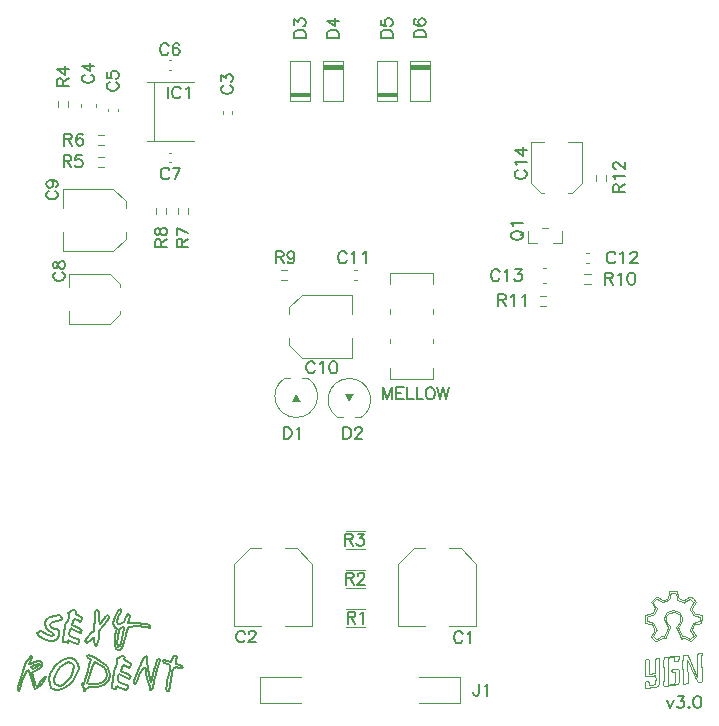
<source format=gto>
%FSLAX46Y46*%
%MOMM*%
%ADD11C,0.050000*%
%ADD12C,0.100000*%
%ADD10C,0.150000*%
G01*
%LPD*%
G36*
X30600000Y28200000D02*
X30200000Y28900000D01*
X31000000Y28900000D01*
X30600000Y28200000D01*
D02*
G37*
G36*
X28370000Y56320000D02*
X28370000Y56720000D01*
X30070000Y56720000D01*
X30070000Y56320000D01*
X28370000Y56320000D01*
D02*
G37*
G36*
X34630000Y54420000D02*
X34630000Y54020000D01*
X32930000Y54020000D01*
X32930000Y54420000D01*
X34630000Y54420000D01*
D02*
G37*
G36*
X27270000Y54420000D02*
X27270000Y54020000D01*
X25570000Y54020000D01*
X25570000Y54420000D01*
X27270000Y54420000D01*
D02*
G37*
G36*
X26100000Y28920000D02*
X26500000Y28220000D01*
X25700000Y28220000D01*
X26100000Y28920000D01*
D02*
G37*
G36*
X35730000Y56320000D02*
X35730000Y56720000D01*
X37430000Y56720000D01*
X37430000Y56320000D01*
X35730000Y56320000D01*
D02*
G37*
G01*
%LPD*%
D10*
X21707142Y8710952D02*
X21754762Y8615714D01*
D10*
X21611904Y8806190D02*
X21707142Y8710952D01*
D10*
X21516666Y8853810D02*
X21611904Y8806190D01*
D10*
X21326190Y8853810D02*
X21516666Y8853810D01*
D10*
X21230952Y8806190D02*
X21326190Y8853810D01*
D10*
X21135714Y8710952D02*
X21230952Y8806190D01*
D10*
X21088096Y8615714D02*
X21135714Y8710952D01*
D10*
X21040476Y8472857D02*
X21088096Y8615714D01*
D10*
X21040476Y8234762D02*
X21040476Y8472857D01*
D10*
X21088096Y8091905D02*
X21040476Y8234762D01*
D10*
X21135714Y7996666D02*
X21088096Y8091905D01*
D10*
X21230952Y7901428D02*
X21135714Y7996666D01*
D10*
X21326190Y7853809D02*
X21230952Y7901428D01*
D10*
X21516666Y7853809D02*
X21326190Y7853809D01*
D10*
X21611904Y7901428D02*
X21516666Y7853809D01*
D10*
X21707142Y7996666D02*
X21611904Y7901428D01*
D10*
X21754762Y8091905D02*
X21707142Y7996666D01*
D10*
X22088096Y8663333D02*
X22088096Y8615714D01*
D10*
X22135714Y8758571D02*
X22088096Y8663333D01*
D10*
X22183334Y8806190D02*
X22135714Y8758571D01*
D10*
X22278572Y8853810D02*
X22183334Y8806190D01*
D10*
X22469048Y8853810D02*
X22278572Y8853810D01*
D10*
X22564286Y8806190D02*
X22469048Y8853810D01*
D10*
X22611904Y8758571D02*
X22564286Y8806190D01*
D10*
X22659524Y8663333D02*
X22611904Y8758571D01*
D10*
X22659524Y8568095D02*
X22659524Y8663333D01*
D10*
X22611904Y8472857D02*
X22659524Y8568095D01*
D10*
X22516666Y8330000D02*
X22611904Y8472857D01*
D10*
X22040476Y7853809D02*
X22516666Y8330000D01*
D10*
X22707142Y7853809D02*
X22040476Y7853809D01*
D10*
X53059524Y40800952D02*
X53107144Y40705716D01*
D10*
X52964284Y40896192D02*
X53059524Y40800952D01*
D10*
X52869048Y40943808D02*
X52964284Y40896192D01*
D10*
X52678572Y40943808D02*
X52869048Y40943808D01*
D10*
X52583332Y40896192D02*
X52678572Y40943808D01*
D10*
X52488096Y40800952D02*
X52583332Y40896192D01*
D10*
X52440476Y40705716D02*
X52488096Y40800952D01*
D10*
X52392856Y40562856D02*
X52440476Y40705716D01*
D10*
X52392856Y40324760D02*
X52392856Y40562856D01*
D10*
X52440476Y40181904D02*
X52392856Y40324760D01*
D10*
X52488096Y40086668D02*
X52440476Y40181904D01*
D10*
X52583332Y39991428D02*
X52488096Y40086668D01*
D10*
X52678572Y39943808D02*
X52583332Y39991428D01*
D10*
X52869048Y39943808D02*
X52678572Y39943808D01*
D10*
X52964284Y39991428D02*
X52869048Y39943808D01*
D10*
X53059524Y40086668D02*
X52964284Y39991428D01*
D10*
X53107144Y40181904D02*
X53059524Y40086668D01*
D10*
X53630952Y40800952D02*
X53535716Y40753332D01*
D10*
X53773808Y40943808D02*
X53630952Y40800952D01*
D10*
X53773808Y39943808D02*
X53773808Y40943808D01*
D10*
X54392856Y40753332D02*
X54392856Y40705716D01*
D10*
X54440476Y40848572D02*
X54392856Y40753332D01*
D10*
X54488096Y40896192D02*
X54440476Y40848572D01*
D10*
X54583332Y40943808D02*
X54488096Y40896192D01*
D10*
X54773808Y40943808D02*
X54583332Y40943808D01*
D10*
X54869048Y40896192D02*
X54773808Y40943808D01*
D10*
X54916668Y40848572D02*
X54869048Y40896192D01*
D10*
X54964284Y40753332D02*
X54916668Y40848572D01*
D10*
X54964284Y40658096D02*
X54964284Y40753332D01*
D10*
X54916668Y40562856D02*
X54964284Y40658096D01*
D10*
X54821428Y40420000D02*
X54916668Y40562856D01*
D10*
X54345240Y39943808D02*
X54821428Y40420000D01*
D10*
X55011904Y39943808D02*
X54345240Y39943808D01*
D10*
X41571428Y3571904D02*
X41571428Y4333809D01*
D10*
X41523808Y3429047D02*
X41571428Y3571904D01*
D10*
X41476192Y3381428D02*
X41523808Y3429047D01*
D10*
X41380952Y3333809D02*
X41476192Y3381428D01*
D10*
X41285716Y3333809D02*
X41380952Y3333809D01*
D10*
X41190476Y3381428D02*
X41285716Y3333809D01*
D10*
X41142856Y3429047D02*
X41190476Y3381428D01*
D10*
X41095240Y3571904D02*
X41142856Y3429047D01*
D10*
X41095240Y3667142D02*
X41095240Y3571904D01*
D10*
X42142856Y4190952D02*
X42047620Y4143333D01*
D10*
X42285716Y4333809D02*
X42142856Y4190952D01*
D10*
X42285716Y3333809D02*
X42285716Y4333809D01*
D10*
X30240476Y16053810D02*
X30240476Y17053810D01*
D10*
X30669048Y17053810D02*
X30240476Y17053810D01*
D10*
X30811904Y17006190D02*
X30669048Y17053810D01*
D10*
X30859524Y16958572D02*
X30811904Y17006190D01*
D10*
X30907142Y16863334D02*
X30859524Y16958572D01*
D10*
X30907142Y16768095D02*
X30907142Y16863334D01*
D10*
X30859524Y16672857D02*
X30907142Y16768095D01*
D10*
X30811904Y16625238D02*
X30859524Y16672857D01*
D10*
X30669048Y16577619D02*
X30811904Y16625238D01*
D10*
X30240476Y16577619D02*
X30669048Y16577619D01*
D10*
X30907142Y16053810D02*
X30573810Y16577619D01*
D10*
X31811904Y17053810D02*
X31288096Y17053810D01*
D10*
X31526190Y16672857D02*
X31811904Y17053810D01*
D10*
X31669048Y16672857D02*
X31526190Y16672857D01*
D10*
X31764286Y16625238D02*
X31669048Y16672857D01*
D10*
X31811904Y16577619D02*
X31764286Y16625238D01*
D10*
X31859524Y16434762D02*
X31811904Y16577619D01*
D10*
X31859524Y16339524D02*
X31859524Y16434762D01*
D10*
X31811904Y16196667D02*
X31859524Y16339524D01*
D10*
X31716666Y16101429D02*
X31811904Y16196667D01*
D10*
X31573810Y16053810D02*
X31716666Y16101429D01*
D10*
X31430952Y16053810D02*
X31573810Y16053810D01*
D10*
X31288096Y16101429D02*
X31430952Y16053810D01*
D10*
X31240476Y16149048D02*
X31288096Y16101429D01*
D10*
X31192858Y16244286D02*
X31240476Y16149048D01*
D10*
X34256192Y59070476D02*
X33256190Y59070476D01*
D10*
X33256190Y59403808D02*
X33256190Y59070476D01*
D10*
X33303810Y59546668D02*
X33256190Y59403808D01*
D10*
X33399048Y59641904D02*
X33303810Y59546668D01*
D10*
X33494286Y59689524D02*
X33399048Y59641904D01*
D10*
X33637144Y59737144D02*
X33494286Y59689524D01*
D10*
X33875240Y59737144D02*
X33637144Y59737144D01*
D10*
X34018096Y59689524D02*
X33875240Y59737144D01*
D10*
X34113332Y59641904D02*
X34018096Y59689524D01*
D10*
X34208572Y59546668D02*
X34113332Y59641904D01*
D10*
X34256192Y59403808D02*
X34208572Y59546668D01*
D10*
X34256192Y59070476D02*
X34256192Y59403808D01*
D10*
X33256190Y60118096D02*
X33256190Y60594284D01*
D10*
X33684760Y60070476D02*
X33256190Y60118096D01*
D10*
X33637144Y60118096D02*
X33684760Y60070476D01*
D10*
X33589524Y60260952D02*
X33637144Y60118096D01*
D10*
X33589524Y60403808D02*
X33589524Y60260952D01*
D10*
X33637144Y60546668D02*
X33589524Y60403808D01*
D10*
X33732380Y60641904D02*
X33637144Y60546668D01*
D10*
X33875240Y60689524D02*
X33732380Y60641904D01*
D10*
X33970476Y60689524D02*
X33875240Y60689524D01*
D10*
X34113332Y60641904D02*
X33970476Y60689524D01*
D10*
X34208572Y60546668D02*
X34113332Y60641904D01*
D10*
X34256192Y60403808D02*
X34208572Y60546668D01*
D10*
X34256192Y60260952D02*
X34256192Y60403808D01*
D10*
X34208572Y60118096D02*
X34256192Y60260952D01*
D10*
X34160952Y60070476D02*
X34208572Y60118096D01*
D10*
X34065716Y60022856D02*
X34160952Y60070476D01*
D10*
X44744048Y47789760D02*
X44839284Y47837380D01*
D10*
X44648808Y47694524D02*
X44744048Y47789760D01*
D10*
X44601192Y47599284D02*
X44648808Y47694524D01*
D10*
X44601192Y47408808D02*
X44601192Y47599284D01*
D10*
X44648808Y47313572D02*
X44601192Y47408808D01*
D10*
X44744048Y47218332D02*
X44648808Y47313572D01*
D10*
X44839284Y47170716D02*
X44744048Y47218332D01*
D10*
X44982144Y47123096D02*
X44839284Y47170716D01*
D10*
X45220240Y47123096D02*
X44982144Y47123096D01*
D10*
X45363096Y47170716D02*
X45220240Y47123096D01*
D10*
X45458332Y47218332D02*
X45363096Y47170716D01*
D10*
X45553572Y47313572D02*
X45458332Y47218332D01*
D10*
X45601192Y47408808D02*
X45553572Y47313572D01*
D10*
X45601192Y47599284D02*
X45601192Y47408808D01*
D10*
X45553572Y47694524D02*
X45601192Y47599284D01*
D10*
X45458332Y47789760D02*
X45553572Y47694524D01*
D10*
X45363096Y47837380D02*
X45458332Y47789760D01*
D10*
X44744048Y48361192D02*
X44791668Y48265952D01*
D10*
X44601192Y48504048D02*
X44744048Y48361192D01*
D10*
X45601192Y48504048D02*
X44601192Y48504048D01*
D10*
X45267856Y49075476D02*
X44601192Y49551668D01*
D10*
X45267856Y49789760D02*
X45267856Y49075476D01*
D10*
X45601192Y49551668D02*
X44601192Y49551668D01*
D10*
X6836190Y54968096D02*
X5836190Y54968096D01*
D10*
X5836190Y55396668D02*
X5836190Y54968096D01*
D10*
X5883809Y55539524D02*
X5836190Y55396668D01*
D10*
X5931428Y55587144D02*
X5883809Y55539524D01*
D10*
X6026666Y55634760D02*
X5931428Y55587144D01*
D10*
X6121905Y55634760D02*
X6026666Y55634760D01*
D10*
X6217143Y55587144D02*
X6121905Y55634760D01*
D10*
X6264762Y55539524D02*
X6217143Y55587144D01*
D10*
X6312381Y55396668D02*
X6264762Y55539524D01*
D10*
X6312381Y54968096D02*
X6312381Y55396668D01*
D10*
X6836190Y55634760D02*
X6312381Y55301428D01*
D10*
X6502857Y55920476D02*
X5836190Y56396668D01*
D10*
X6502857Y56634760D02*
X6502857Y55920476D01*
D10*
X6836190Y56396668D02*
X5836190Y56396668D01*
D10*
X33440476Y28453810D02*
X33440476Y29453810D01*
D10*
X33821428Y28453810D02*
X33440476Y29453810D01*
D10*
X33821428Y28453810D02*
X34202380Y29453810D01*
D10*
X34202380Y28453810D02*
X34202380Y29453810D01*
D10*
X34583332Y28453810D02*
X34583332Y29453810D01*
D10*
X35202380Y29453810D02*
X34583332Y29453810D01*
D10*
X34964284Y28977620D02*
X34583332Y28977620D01*
D10*
X35202380Y28453810D02*
X34583332Y28453810D01*
D10*
X35488096Y28453810D02*
X35488096Y29453810D01*
D10*
X36059524Y28453810D02*
X35488096Y28453810D01*
D10*
X36297620Y28453810D02*
X36297620Y29453810D01*
D10*
X36869048Y28453810D02*
X36297620Y28453810D01*
D10*
X37250000Y29406190D02*
X37345240Y29453810D01*
D10*
X37154760Y29310952D02*
X37250000Y29406190D01*
D10*
X37107144Y29215714D02*
X37154760Y29310952D01*
D10*
X37059524Y29072858D02*
X37107144Y29215714D01*
D10*
X37059524Y28834762D02*
X37059524Y29072858D01*
D10*
X37107144Y28691904D02*
X37059524Y28834762D01*
D10*
X37154760Y28596666D02*
X37107144Y28691904D01*
D10*
X37250000Y28501428D02*
X37154760Y28596666D01*
D10*
X37345240Y28453810D02*
X37250000Y28501428D01*
D10*
X37535712Y28453810D02*
X37345240Y28453810D01*
D10*
X37630952Y28501428D02*
X37535712Y28453810D01*
D10*
X37726192Y28596666D02*
X37630952Y28501428D01*
D10*
X37773808Y28691904D02*
X37726192Y28596666D01*
D10*
X37821428Y28834762D02*
X37773808Y28691904D01*
D10*
X37821428Y29072858D02*
X37821428Y28834762D01*
D10*
X37773808Y29215714D02*
X37821428Y29072858D01*
D10*
X37726192Y29310952D02*
X37773808Y29215714D01*
D10*
X37630952Y29406190D02*
X37726192Y29310952D01*
D10*
X37535712Y29453810D02*
X37630952Y29406190D01*
D10*
X37345240Y29453810D02*
X37535712Y29453810D01*
D10*
X38297620Y28453810D02*
X38059524Y29453810D01*
D10*
X38297620Y28453810D02*
X38535712Y29453810D01*
D10*
X38773808Y28453810D02*
X38535712Y29453810D01*
D10*
X38773808Y28453810D02*
X39011904Y29453810D01*
D10*
X30288096Y12753810D02*
X30288096Y13753810D01*
D10*
X30716666Y13753810D02*
X30288096Y13753810D01*
D10*
X30859524Y13706190D02*
X30716666Y13753810D01*
D10*
X30907142Y13658571D02*
X30859524Y13706190D01*
D10*
X30954762Y13563333D02*
X30907142Y13658571D01*
D10*
X30954762Y13468095D02*
X30954762Y13563333D01*
D10*
X30907142Y13372857D02*
X30954762Y13468095D01*
D10*
X30859524Y13325238D02*
X30907142Y13372857D01*
D10*
X30716666Y13277619D02*
X30859524Y13325238D01*
D10*
X30288096Y13277619D02*
X30716666Y13277619D01*
D10*
X30954762Y12753810D02*
X30621428Y13277619D01*
D10*
X31288096Y13563333D02*
X31288096Y13515714D01*
D10*
X31335714Y13658571D02*
X31288096Y13563333D01*
D10*
X31383334Y13706190D02*
X31335714Y13658571D01*
D10*
X31478572Y13753810D02*
X31383334Y13706190D01*
D10*
X31669048Y13753810D02*
X31478572Y13753810D01*
D10*
X31764286Y13706190D02*
X31669048Y13753810D01*
D10*
X31811904Y13658571D02*
X31764286Y13706190D01*
D10*
X31859524Y13563333D02*
X31811904Y13658571D01*
D10*
X31859524Y13468095D02*
X31859524Y13563333D01*
D10*
X31811904Y13372857D02*
X31859524Y13468095D01*
D10*
X31716666Y13230000D02*
X31811904Y13372857D01*
D10*
X31240476Y12753810D02*
X31716666Y13230000D01*
D10*
X31907142Y12753810D02*
X31240476Y12753810D01*
D10*
X52235716Y38153808D02*
X52235716Y39153808D01*
D10*
X52664284Y39153808D02*
X52235716Y39153808D01*
D10*
X52807144Y39106192D02*
X52664284Y39153808D01*
D10*
X52854760Y39058572D02*
X52807144Y39106192D01*
D10*
X52902380Y38963332D02*
X52854760Y39058572D01*
D10*
X52902380Y38868096D02*
X52902380Y38963332D01*
D10*
X52854760Y38772856D02*
X52902380Y38868096D01*
D10*
X52807144Y38725240D02*
X52854760Y38772856D01*
D10*
X52664284Y38677620D02*
X52807144Y38725240D01*
D10*
X52235716Y38677620D02*
X52664284Y38677620D01*
D10*
X52902380Y38153808D02*
X52569048Y38677620D01*
D10*
X53426192Y39010952D02*
X53330952Y38963332D01*
D10*
X53569048Y39153808D02*
X53426192Y39010952D01*
D10*
X53569048Y38153808D02*
X53569048Y39153808D01*
D10*
X54283332Y39106192D02*
X54426192Y39153808D01*
D10*
X54188096Y38963332D02*
X54283332Y39106192D01*
D10*
X54140476Y38725240D02*
X54188096Y38963332D01*
D10*
X54140476Y38582380D02*
X54140476Y38725240D01*
D10*
X54188096Y38344284D02*
X54140476Y38582380D01*
D10*
X54283332Y38201428D02*
X54188096Y38344284D01*
D10*
X54426192Y38153808D02*
X54283332Y38201428D01*
D10*
X54521428Y38153808D02*
X54426192Y38153808D01*
D10*
X54664284Y38201428D02*
X54521428Y38153808D01*
D10*
X54759524Y38344284D02*
X54664284Y38201428D01*
D10*
X54807144Y38582380D02*
X54759524Y38344284D01*
D10*
X54807144Y38725240D02*
X54807144Y38582380D01*
D10*
X54759524Y38963332D02*
X54807144Y38725240D01*
D10*
X54664284Y39106192D02*
X54759524Y38963332D01*
D10*
X54521428Y39153808D02*
X54664284Y39106192D01*
D10*
X54426192Y39153808D02*
X54521428Y39153808D01*
D10*
X30090476Y25083810D02*
X30090476Y26083810D01*
D10*
X30423810Y26083810D02*
X30090476Y26083810D01*
D10*
X30566666Y26036190D02*
X30423810Y26083810D01*
D10*
X30661904Y25940952D02*
X30566666Y26036190D01*
D10*
X30709524Y25845714D02*
X30661904Y25940952D01*
D10*
X30757142Y25702858D02*
X30709524Y25845714D01*
D10*
X30757142Y25464762D02*
X30757142Y25702858D01*
D10*
X30709524Y25321904D02*
X30757142Y25464762D01*
D10*
X30661904Y25226666D02*
X30709524Y25321904D01*
D10*
X30566666Y25131428D02*
X30661904Y25226666D01*
D10*
X30423810Y25083810D02*
X30566666Y25131428D01*
D10*
X30090476Y25083810D02*
X30423810Y25083810D01*
D10*
X31090476Y25893334D02*
X31090476Y25845714D01*
D10*
X31138096Y25988572D02*
X31090476Y25893334D01*
D10*
X31185714Y26036190D02*
X31138096Y25988572D01*
D10*
X31280952Y26083810D02*
X31185714Y26036190D01*
D10*
X31471428Y26083810D02*
X31280952Y26083810D01*
D10*
X31566666Y26036190D02*
X31471428Y26083810D01*
D10*
X31614286Y25988572D02*
X31566666Y26036190D01*
D10*
X31661904Y25893334D02*
X31614286Y25988572D01*
D10*
X31661904Y25798096D02*
X31661904Y25893334D01*
D10*
X31614286Y25702858D02*
X31661904Y25798096D01*
D10*
X31519048Y25560000D02*
X31614286Y25702858D01*
D10*
X31042858Y25083810D02*
X31519048Y25560000D01*
D10*
X31709524Y25083810D02*
X31042858Y25083810D01*
D10*
X26896190Y59076668D02*
X25896190Y59076668D01*
D10*
X25896190Y59410000D02*
X25896190Y59076668D01*
D10*
X25943810Y59552860D02*
X25896190Y59410000D01*
D10*
X26039048Y59648096D02*
X25943810Y59552860D01*
D10*
X26134286Y59695716D02*
X26039048Y59648096D01*
D10*
X26277142Y59743336D02*
X26134286Y59695716D01*
D10*
X26515238Y59743336D02*
X26277142Y59743336D01*
D10*
X26658096Y59695716D02*
X26515238Y59743336D01*
D10*
X26753334Y59648096D02*
X26658096Y59695716D01*
D10*
X26848572Y59552860D02*
X26753334Y59648096D01*
D10*
X26896190Y59410000D02*
X26848572Y59552860D01*
D10*
X26896190Y59076668D02*
X26896190Y59410000D01*
D10*
X25896190Y60648096D02*
X25896190Y60124288D01*
D10*
X26277142Y60362384D02*
X25896190Y60648096D01*
D10*
X26277142Y60505240D02*
X26277142Y60362384D01*
D10*
X26324762Y60600476D02*
X26277142Y60505240D01*
D10*
X26372380Y60648096D02*
X26324762Y60600476D01*
D10*
X26515238Y60695716D02*
X26372380Y60648096D01*
D10*
X26610476Y60695716D02*
X26515238Y60695716D01*
D10*
X26753334Y60648096D02*
X26610476Y60695716D01*
D10*
X26848572Y60552860D02*
X26753334Y60648096D01*
D10*
X26896190Y60410000D02*
X26848572Y60552860D01*
D10*
X26896190Y60267144D02*
X26896190Y60410000D01*
D10*
X26848572Y60124288D02*
X26896190Y60267144D01*
D10*
X26800952Y60076668D02*
X26848572Y60124288D01*
D10*
X26705714Y60029048D02*
X26800952Y60076668D01*
D10*
X29696190Y59070000D02*
X28696190Y59070000D01*
D10*
X28696190Y59403332D02*
X28696190Y59070000D01*
D10*
X28743810Y59546188D02*
X28696190Y59403332D01*
D10*
X28839048Y59641428D02*
X28743810Y59546188D01*
D10*
X28934286Y59689048D02*
X28839048Y59641428D01*
D10*
X29077142Y59736664D02*
X28934286Y59689048D01*
D10*
X29315238Y59736664D02*
X29077142Y59736664D01*
D10*
X29458096Y59689048D02*
X29315238Y59736664D01*
D10*
X29553334Y59641428D02*
X29458096Y59689048D01*
D10*
X29648572Y59546188D02*
X29553334Y59641428D01*
D10*
X29696190Y59403332D02*
X29648572Y59546188D01*
D10*
X29696190Y59070000D02*
X29696190Y59403332D01*
D10*
X29362858Y60022380D02*
X28696190Y60498572D01*
D10*
X29362858Y60736664D02*
X29362858Y60022380D01*
D10*
X29696190Y60498572D02*
X28696190Y60498572D01*
D10*
X24360478Y39978808D02*
X24360478Y40978808D01*
D10*
X24789050Y40978808D02*
X24360478Y40978808D01*
D10*
X24931906Y40931192D02*
X24789050Y40978808D01*
D10*
X24979526Y40883572D02*
X24931906Y40931192D01*
D10*
X25027144Y40788332D02*
X24979526Y40883572D01*
D10*
X25027144Y40693096D02*
X25027144Y40788332D01*
D10*
X24979526Y40597856D02*
X25027144Y40693096D01*
D10*
X24931906Y40550240D02*
X24979526Y40597856D01*
D10*
X24789050Y40502620D02*
X24931906Y40550240D01*
D10*
X24360478Y40502620D02*
X24789050Y40502620D01*
D10*
X25027144Y39978808D02*
X24693812Y40502620D01*
D10*
X25884288Y40502620D02*
X25931906Y40645476D01*
D10*
X25789050Y40407380D02*
X25884288Y40502620D01*
D10*
X25646192Y40359760D02*
X25789050Y40407380D01*
D10*
X25598574Y40359760D02*
X25646192Y40359760D01*
D10*
X25455716Y40407380D02*
X25598574Y40359760D01*
D10*
X25360478Y40502620D02*
X25455716Y40407380D01*
D10*
X25312860Y40645476D02*
X25360478Y40502620D01*
D10*
X25312860Y40693096D02*
X25312860Y40645476D01*
D10*
X25360478Y40835952D02*
X25312860Y40693096D01*
D10*
X25455716Y40931192D02*
X25360478Y40835952D01*
D10*
X25598574Y40978808D02*
X25455716Y40931192D01*
D10*
X25646192Y40978808D02*
X25598574Y40978808D01*
D10*
X25789050Y40931192D02*
X25646192Y40978808D01*
D10*
X25884288Y40835952D02*
X25789050Y40931192D01*
D10*
X25931906Y40645476D02*
X25884288Y40835952D01*
D10*
X25931906Y40407380D02*
X25931906Y40645476D01*
D10*
X25884288Y40169284D02*
X25931906Y40407380D01*
D10*
X25789050Y40026428D02*
X25884288Y40169284D01*
D10*
X25646192Y39978808D02*
X25789050Y40026428D01*
D10*
X25550954Y39978808D02*
X25646192Y39978808D01*
D10*
X25408098Y40026428D02*
X25550954Y39978808D01*
D10*
X25360478Y40121668D02*
X25408098Y40026428D01*
D10*
X37056192Y59078096D02*
X36056192Y59078096D01*
D10*
X36056192Y59411428D02*
X36056192Y59078096D01*
D10*
X36103808Y59554284D02*
X36056192Y59411428D01*
D10*
X36199048Y59649524D02*
X36103808Y59554284D01*
D10*
X36294284Y59697144D02*
X36199048Y59649524D01*
D10*
X36437144Y59744760D02*
X36294284Y59697144D01*
D10*
X36675240Y59744760D02*
X36437144Y59744760D01*
D10*
X36818096Y59697144D02*
X36675240Y59744760D01*
D10*
X36913332Y59649524D02*
X36818096Y59697144D01*
D10*
X37008572Y59554284D02*
X36913332Y59649524D01*
D10*
X37056192Y59411428D02*
X37008572Y59554284D01*
D10*
X37056192Y59078096D02*
X37056192Y59411428D01*
D10*
X36103808Y60601904D02*
X36199048Y60649524D01*
D10*
X36056192Y60459048D02*
X36103808Y60601904D01*
D10*
X36056192Y60363808D02*
X36056192Y60459048D01*
D10*
X36103808Y60220952D02*
X36056192Y60363808D01*
D10*
X36246668Y60125716D02*
X36103808Y60220952D01*
D10*
X36484760Y60078096D02*
X36246668Y60125716D01*
D10*
X36722856Y60078096D02*
X36484760Y60078096D01*
D10*
X36913332Y60125716D02*
X36722856Y60078096D01*
D10*
X37008572Y60220952D02*
X36913332Y60125716D01*
D10*
X37056192Y60363808D02*
X37008572Y60220952D01*
D10*
X37056192Y60411428D02*
X37056192Y60363808D01*
D10*
X37008572Y60554284D02*
X37056192Y60411428D01*
D10*
X36913332Y60649524D02*
X37008572Y60554284D01*
D10*
X36770476Y60697144D02*
X36913332Y60649524D01*
D10*
X36722856Y60697144D02*
X36770476Y60697144D01*
D10*
X36580000Y60649524D02*
X36722856Y60697144D01*
D10*
X36484760Y60554284D02*
X36580000Y60649524D01*
D10*
X36437144Y60411428D02*
X36484760Y60554284D01*
D10*
X36437144Y60363808D02*
X36437144Y60411428D01*
D10*
X36484760Y60220952D02*
X36437144Y60363808D01*
D10*
X36580000Y60125716D02*
X36484760Y60220952D01*
D10*
X36722856Y60078096D02*
X36580000Y60125716D01*
D10*
X6450476Y49923808D02*
X6450476Y50923808D01*
D10*
X6879047Y50923808D02*
X6450476Y50923808D01*
D10*
X7021905Y50876192D02*
X6879047Y50923808D01*
D10*
X7069524Y50828572D02*
X7021905Y50876192D01*
D10*
X7117143Y50733332D02*
X7069524Y50828572D01*
D10*
X7117143Y50638096D02*
X7117143Y50733332D01*
D10*
X7069524Y50542856D02*
X7117143Y50638096D01*
D10*
X7021905Y50495240D02*
X7069524Y50542856D01*
D10*
X6879047Y50447620D02*
X7021905Y50495240D01*
D10*
X6450476Y50447620D02*
X6879047Y50447620D01*
D10*
X7117143Y49923808D02*
X6783809Y50447620D01*
D10*
X7974286Y50876192D02*
X8021905Y50780952D01*
D10*
X7831428Y50923808D02*
X7974286Y50876192D01*
D10*
X7736190Y50923808D02*
X7831428Y50923808D01*
D10*
X7593333Y50876192D02*
X7736190Y50923808D01*
D10*
X7498095Y50733332D02*
X7593333Y50876192D01*
D10*
X7450476Y50495240D02*
X7498095Y50733332D01*
D10*
X7450476Y50257144D02*
X7450476Y50495240D01*
D10*
X7498095Y50066668D02*
X7450476Y50257144D01*
D10*
X7593333Y49971428D02*
X7498095Y50066668D01*
D10*
X7736190Y49923808D02*
X7593333Y49971428D01*
D10*
X7783809Y49923808D02*
X7736190Y49923808D01*
D10*
X7926666Y49971428D02*
X7783809Y49923808D01*
D10*
X8021905Y50066668D02*
X7926666Y49971428D01*
D10*
X8069524Y50209524D02*
X8021905Y50066668D01*
D10*
X8069524Y50257144D02*
X8069524Y50209524D01*
D10*
X8021905Y50400000D02*
X8069524Y50257144D01*
D10*
X7926666Y50495240D02*
X8021905Y50400000D01*
D10*
X7783809Y50542856D02*
X7926666Y50495240D01*
D10*
X7736190Y50542856D02*
X7783809Y50542856D01*
D10*
X7593333Y50495240D02*
X7736190Y50542856D01*
D10*
X7498095Y50400000D02*
X7593333Y50495240D01*
D10*
X7450476Y50257144D02*
X7498095Y50400000D01*
D10*
X5064047Y46039524D02*
X5159285Y46087144D01*
D10*
X4968809Y45944284D02*
X5064047Y46039524D01*
D10*
X4921190Y45849048D02*
X4968809Y45944284D01*
D10*
X4921190Y45658572D02*
X4921190Y45849048D01*
D10*
X4968809Y45563332D02*
X4921190Y45658572D01*
D10*
X5064047Y45468096D02*
X4968809Y45563332D01*
D10*
X5159285Y45420476D02*
X5064047Y45468096D01*
D10*
X5302143Y45372856D02*
X5159285Y45420476D01*
D10*
X5540238Y45372856D02*
X5302143Y45372856D01*
D10*
X5683095Y45420476D02*
X5540238Y45372856D01*
D10*
X5778333Y45468096D02*
X5683095Y45420476D01*
D10*
X5873571Y45563332D02*
X5778333Y45468096D01*
D10*
X5921190Y45658572D02*
X5873571Y45563332D01*
D10*
X5921190Y45849048D02*
X5921190Y45658572D01*
D10*
X5873571Y45944284D02*
X5921190Y45849048D01*
D10*
X5778333Y46039524D02*
X5873571Y45944284D01*
D10*
X5683095Y46087144D02*
X5778333Y46039524D01*
D10*
X5397381Y46944284D02*
X5254524Y46991904D01*
D10*
X5492619Y46849048D02*
X5397381Y46944284D01*
D10*
X5540238Y46706192D02*
X5492619Y46849048D01*
D10*
X5540238Y46658572D02*
X5540238Y46706192D01*
D10*
X5492619Y46515716D02*
X5540238Y46658572D01*
D10*
X5397381Y46420476D02*
X5492619Y46515716D01*
D10*
X5254524Y46372856D02*
X5397381Y46420476D01*
D10*
X5206905Y46372856D02*
X5254524Y46372856D01*
D10*
X5064047Y46420476D02*
X5206905Y46372856D01*
D10*
X4968809Y46515716D02*
X5064047Y46420476D01*
D10*
X4921190Y46658572D02*
X4968809Y46515716D01*
D10*
X4921190Y46706192D02*
X4921190Y46658572D01*
D10*
X4968809Y46849048D02*
X4921190Y46706192D01*
D10*
X5064047Y46944284D02*
X4968809Y46849048D01*
D10*
X5254524Y46991904D02*
X5064047Y46944284D01*
D10*
X5492619Y46991904D02*
X5254524Y46991904D01*
D10*
X5730714Y46944284D02*
X5492619Y46991904D01*
D10*
X5873571Y46849048D02*
X5730714Y46944284D01*
D10*
X5921190Y46706192D02*
X5873571Y46849048D01*
D10*
X5921190Y46610952D02*
X5921190Y46706192D01*
D10*
X5873571Y46468096D02*
X5921190Y46610952D01*
D10*
X5778333Y46420476D02*
X5873571Y46468096D01*
D10*
X27629762Y31510952D02*
X27677380Y31415714D01*
D10*
X27534524Y31606190D02*
X27629762Y31510952D01*
D10*
X27439286Y31653810D02*
X27534524Y31606190D01*
D10*
X27248810Y31653810D02*
X27439286Y31653810D01*
D10*
X27153572Y31606190D02*
X27248810Y31653810D01*
D10*
X27058334Y31510952D02*
X27153572Y31606190D01*
D10*
X27010714Y31415714D02*
X27058334Y31510952D01*
D10*
X26963096Y31272858D02*
X27010714Y31415714D01*
D10*
X26963096Y31034762D02*
X26963096Y31272858D01*
D10*
X27010714Y30891904D02*
X26963096Y31034762D01*
D10*
X27058334Y30796666D02*
X27010714Y30891904D01*
D10*
X27153572Y30701428D02*
X27058334Y30796666D01*
D10*
X27248810Y30653810D02*
X27153572Y30701428D01*
D10*
X27439286Y30653810D02*
X27248810Y30653810D01*
D10*
X27534524Y30701428D02*
X27439286Y30653810D01*
D10*
X27629762Y30796666D02*
X27534524Y30701428D01*
D10*
X27677380Y30891904D02*
X27629762Y30796666D01*
D10*
X28201190Y31510952D02*
X28105952Y31463334D01*
D10*
X28344048Y31653810D02*
X28201190Y31510952D01*
D10*
X28344048Y30653810D02*
X28344048Y31653810D01*
D10*
X29058334Y31606190D02*
X29201190Y31653810D01*
D10*
X28963096Y31463334D02*
X29058334Y31606190D01*
D10*
X28915476Y31225238D02*
X28963096Y31463334D01*
D10*
X28915476Y31082380D02*
X28915476Y31225238D01*
D10*
X28963096Y30844286D02*
X28915476Y31082380D01*
D10*
X29058334Y30701428D02*
X28963096Y30844286D01*
D10*
X29201190Y30653810D02*
X29058334Y30701428D01*
D10*
X29296428Y30653810D02*
X29201190Y30653810D01*
D10*
X29439286Y30701428D02*
X29296428Y30653810D01*
D10*
X29534524Y30844286D02*
X29439286Y30701428D01*
D10*
X29582142Y31082380D02*
X29534524Y30844286D01*
D10*
X29582142Y31225238D02*
X29582142Y31082380D01*
D10*
X29534524Y31463334D02*
X29582142Y31225238D01*
D10*
X29439286Y31606190D02*
X29534524Y31463334D01*
D10*
X29296428Y31653810D02*
X29439286Y31606190D01*
D10*
X29201190Y31653810D02*
X29296428Y31653810D01*
D10*
X53921192Y46000476D02*
X52921192Y46000476D01*
D10*
X52921192Y46429048D02*
X52921192Y46000476D01*
D10*
X52968808Y46571904D02*
X52921192Y46429048D01*
D10*
X53016428Y46619524D02*
X52968808Y46571904D01*
D10*
X53111668Y46667144D02*
X53016428Y46619524D01*
D10*
X53206904Y46667144D02*
X53111668Y46667144D01*
D10*
X53302144Y46619524D02*
X53206904Y46667144D01*
D10*
X53349760Y46571904D02*
X53302144Y46619524D01*
D10*
X53397380Y46429048D02*
X53349760Y46571904D01*
D10*
X53397380Y46000476D02*
X53397380Y46429048D01*
D10*
X53921192Y46667144D02*
X53397380Y46333808D01*
D10*
X53064048Y47190952D02*
X53111668Y47095716D01*
D10*
X52921192Y47333808D02*
X53064048Y47190952D01*
D10*
X53921192Y47333808D02*
X52921192Y47333808D01*
D10*
X53111668Y47952856D02*
X53159284Y47952856D01*
D10*
X53016428Y48000476D02*
X53111668Y47952856D01*
D10*
X52968808Y48048096D02*
X53016428Y48000476D01*
D10*
X52921192Y48143332D02*
X52968808Y48048096D01*
D10*
X52921192Y48333808D02*
X52921192Y48143332D01*
D10*
X52968808Y48429048D02*
X52921192Y48333808D01*
D10*
X53016428Y48476668D02*
X52968808Y48429048D01*
D10*
X53111668Y48524284D02*
X53016428Y48476668D01*
D10*
X53206904Y48524284D02*
X53111668Y48524284D01*
D10*
X53302144Y48476668D02*
X53206904Y48524284D01*
D10*
X53445000Y48381428D02*
X53302144Y48476668D01*
D10*
X53921192Y47905240D02*
X53445000Y48381428D01*
D10*
X53921192Y48571904D02*
X53921192Y47905240D01*
D10*
X43200476Y36323808D02*
X43200476Y37323808D01*
D10*
X43629048Y37323808D02*
X43200476Y37323808D01*
D10*
X43771904Y37276192D02*
X43629048Y37323808D01*
D10*
X43819524Y37228572D02*
X43771904Y37276192D01*
D10*
X43867144Y37133332D02*
X43819524Y37228572D01*
D10*
X43867144Y37038096D02*
X43867144Y37133332D01*
D10*
X43819524Y36942856D02*
X43867144Y37038096D01*
D10*
X43771904Y36895240D02*
X43819524Y36942856D01*
D10*
X43629048Y36847620D02*
X43771904Y36895240D01*
D10*
X43200476Y36847620D02*
X43629048Y36847620D01*
D10*
X43867144Y36323808D02*
X43533808Y36847620D01*
D10*
X44390952Y37180952D02*
X44295716Y37133332D01*
D10*
X44533808Y37323808D02*
X44390952Y37180952D01*
D10*
X44533808Y36323808D02*
X44533808Y37323808D01*
D10*
X45343332Y37180952D02*
X45248096Y37133332D01*
D10*
X45486192Y37323808D02*
X45343332Y37180952D01*
D10*
X45486192Y36323808D02*
X45486192Y37323808D01*
D10*
X57780952Y2323809D02*
X57495240Y2990476D01*
D10*
X57780952Y2323809D02*
X58066668Y2990476D01*
D10*
X58923808Y3323809D02*
X58400000Y3323809D01*
D10*
X58638096Y2942857D02*
X58923808Y3323809D01*
D10*
X58780952Y2942857D02*
X58638096Y2942857D01*
D10*
X58876192Y2895238D02*
X58780952Y2942857D01*
D10*
X58923808Y2847619D02*
X58876192Y2895238D01*
D10*
X58971428Y2704762D02*
X58923808Y2847619D01*
D10*
X58971428Y2609523D02*
X58971428Y2704762D01*
D10*
X58923808Y2466666D02*
X58971428Y2609523D01*
D10*
X58828572Y2371428D02*
X58923808Y2466666D01*
D10*
X58685716Y2323809D02*
X58828572Y2371428D01*
D10*
X58542856Y2323809D02*
X58685716Y2323809D01*
D10*
X58400000Y2371428D02*
X58542856Y2323809D01*
D10*
X58352380Y2419047D02*
X58400000Y2371428D01*
D10*
X58304760Y2514285D02*
X58352380Y2419047D01*
D10*
X59304760Y2371428D02*
X59352380Y2419047D01*
D10*
X59352380Y2323809D02*
X59304760Y2371428D01*
D10*
X59400000Y2371428D02*
X59352380Y2323809D01*
D10*
X59352380Y2419047D02*
X59400000Y2371428D01*
D10*
X59876192Y3276190D02*
X60019048Y3323809D01*
D10*
X59780952Y3133333D02*
X59876192Y3276190D01*
D10*
X59733332Y2895238D02*
X59780952Y3133333D01*
D10*
X59733332Y2752381D02*
X59733332Y2895238D01*
D10*
X59780952Y2514285D02*
X59733332Y2752381D01*
D10*
X59876192Y2371428D02*
X59780952Y2514285D01*
D10*
X60019048Y2323809D02*
X59876192Y2371428D01*
D10*
X60114284Y2323809D02*
X60019048Y2323809D01*
D10*
X60257144Y2371428D02*
X60114284Y2323809D01*
D10*
X60352380Y2514285D02*
X60257144Y2371428D01*
D10*
X60400000Y2752381D02*
X60352380Y2514285D01*
D10*
X60400000Y2895238D02*
X60400000Y2752381D01*
D10*
X60352380Y3133333D02*
X60400000Y2895238D01*
D10*
X60257144Y3276190D02*
X60352380Y3133333D01*
D10*
X60114284Y3323809D02*
X60257144Y3276190D01*
D10*
X60019048Y3323809D02*
X60114284Y3323809D01*
D10*
X15297143Y47915952D02*
X15344762Y47820716D01*
D10*
X15201905Y48011192D02*
X15297143Y47915952D01*
D10*
X15106667Y48058808D02*
X15201905Y48011192D01*
D10*
X14916190Y48058808D02*
X15106667Y48058808D01*
D10*
X14820952Y48011192D02*
X14916190Y48058808D01*
D10*
X14725714Y47915952D02*
X14820952Y48011192D01*
D10*
X14678095Y47820716D02*
X14725714Y47915952D01*
D10*
X14630476Y47677856D02*
X14678095Y47820716D01*
D10*
X14630476Y47439760D02*
X14630476Y47677856D01*
D10*
X14678095Y47296904D02*
X14630476Y47439760D01*
D10*
X14725714Y47201668D02*
X14678095Y47296904D01*
D10*
X14820952Y47106428D02*
X14725714Y47201668D01*
D10*
X14916190Y47058808D02*
X14820952Y47106428D01*
D10*
X15106667Y47058808D02*
X14916190Y47058808D01*
D10*
X15201905Y47106428D02*
X15106667Y47058808D01*
D10*
X15297143Y47201668D02*
X15201905Y47106428D01*
D10*
X15344762Y47296904D02*
X15297143Y47201668D01*
D10*
X15820952Y47058808D02*
X16297143Y48058808D01*
D10*
X16297143Y48058808D02*
X15630476Y48058808D01*
D10*
X44333808Y42123332D02*
X44286192Y42218572D01*
D10*
X44429048Y42028096D02*
X44333808Y42123332D01*
D10*
X44524284Y41980476D02*
X44429048Y42028096D01*
D10*
X44667144Y41932856D02*
X44524284Y41980476D01*
D10*
X44905240Y41932856D02*
X44667144Y41932856D01*
D10*
X45048096Y41980476D02*
X44905240Y41932856D01*
D10*
X45143332Y42028096D02*
X45048096Y41980476D01*
D10*
X45238572Y42123332D02*
X45143332Y42028096D01*
D10*
X45286192Y42218572D02*
X45238572Y42123332D01*
D10*
X45286192Y42409048D02*
X45286192Y42218572D01*
D10*
X45238572Y42504284D02*
X45286192Y42409048D01*
D10*
X45143332Y42599524D02*
X45238572Y42504284D01*
D10*
X45048096Y42647144D02*
X45143332Y42599524D01*
D10*
X44905240Y42694760D02*
X45048096Y42647144D01*
D10*
X44667144Y42694760D02*
X44905240Y42694760D01*
D10*
X44524284Y42647144D02*
X44667144Y42694760D01*
D10*
X44429048Y42599524D02*
X44524284Y42647144D01*
D10*
X44333808Y42504284D02*
X44429048Y42599524D01*
D10*
X44286192Y42409048D02*
X44333808Y42504284D01*
D10*
X44286192Y42218572D02*
X44286192Y42409048D01*
D10*
X45381428Y42647144D02*
X45095716Y42361428D01*
D10*
X44429048Y43218572D02*
X44476668Y43123332D01*
D10*
X44286192Y43361428D02*
X44429048Y43218572D01*
D10*
X45286192Y43361428D02*
X44286192Y43361428D01*
D10*
X30314764Y40815952D02*
X30362384Y40720716D01*
D10*
X30219526Y40911192D02*
X30314764Y40815952D01*
D10*
X30124288Y40958808D02*
X30219526Y40911192D01*
D10*
X29933812Y40958808D02*
X30124288Y40958808D01*
D10*
X29838574Y40911192D02*
X29933812Y40958808D01*
D10*
X29743336Y40815952D02*
X29838574Y40911192D01*
D10*
X29695716Y40720716D02*
X29743336Y40815952D01*
D10*
X29648098Y40577856D02*
X29695716Y40720716D01*
D10*
X29648098Y40339760D02*
X29648098Y40577856D01*
D10*
X29695716Y40196904D02*
X29648098Y40339760D01*
D10*
X29743336Y40101668D02*
X29695716Y40196904D01*
D10*
X29838574Y40006428D02*
X29743336Y40101668D01*
D10*
X29933812Y39958808D02*
X29838574Y40006428D01*
D10*
X30124288Y39958808D02*
X29933812Y39958808D01*
D10*
X30219526Y40006428D02*
X30124288Y39958808D01*
D10*
X30314764Y40101668D02*
X30219526Y40006428D01*
D10*
X30362384Y40196904D02*
X30314764Y40101668D01*
D10*
X30886192Y40815952D02*
X30790954Y40768332D01*
D10*
X31029050Y40958808D02*
X30886192Y40815952D01*
D10*
X31029050Y39958808D02*
X31029050Y40958808D01*
D10*
X31838574Y40815952D02*
X31743336Y40768332D01*
D10*
X31981430Y40958808D02*
X31838574Y40815952D01*
D10*
X31981430Y39958808D02*
X31981430Y40958808D01*
D10*
X43269524Y39310952D02*
X43317144Y39215716D01*
D10*
X43174284Y39406192D02*
X43269524Y39310952D01*
D10*
X43079048Y39453808D02*
X43174284Y39406192D01*
D10*
X42888572Y39453808D02*
X43079048Y39453808D01*
D10*
X42793332Y39406192D02*
X42888572Y39453808D01*
D10*
X42698096Y39310952D02*
X42793332Y39406192D01*
D10*
X42650476Y39215716D02*
X42698096Y39310952D01*
D10*
X42602856Y39072856D02*
X42650476Y39215716D01*
D10*
X42602856Y38834760D02*
X42602856Y39072856D01*
D10*
X42650476Y38691904D02*
X42602856Y38834760D01*
D10*
X42698096Y38596668D02*
X42650476Y38691904D01*
D10*
X42793332Y38501428D02*
X42698096Y38596668D01*
D10*
X42888572Y38453808D02*
X42793332Y38501428D01*
D10*
X43079048Y38453808D02*
X42888572Y38453808D01*
D10*
X43174284Y38501428D02*
X43079048Y38453808D01*
D10*
X43269524Y38596668D02*
X43174284Y38501428D01*
D10*
X43317144Y38691904D02*
X43269524Y38596668D01*
D10*
X43840952Y39310952D02*
X43745716Y39263332D01*
D10*
X43983808Y39453808D02*
X43840952Y39310952D01*
D10*
X43983808Y38453808D02*
X43983808Y39453808D01*
D10*
X45174284Y39453808D02*
X44650476Y39453808D01*
D10*
X44888572Y39072856D02*
X45174284Y39453808D01*
D10*
X45031428Y39072856D02*
X44888572Y39072856D01*
D10*
X45126668Y39025240D02*
X45031428Y39072856D01*
D10*
X45174284Y38977620D02*
X45126668Y39025240D01*
D10*
X45221904Y38834760D02*
X45174284Y38977620D01*
D10*
X45221904Y38739524D02*
X45221904Y38834760D01*
D10*
X45174284Y38596668D02*
X45221904Y38739524D01*
D10*
X45079048Y38501428D02*
X45174284Y38596668D01*
D10*
X44936192Y38453808D02*
X45079048Y38501428D01*
D10*
X44793332Y38453808D02*
X44936192Y38453808D01*
D10*
X44650476Y38501428D02*
X44793332Y38453808D01*
D10*
X44602856Y38549048D02*
X44650476Y38501428D01*
D10*
X44555240Y38644284D02*
X44602856Y38549048D01*
D10*
X40132144Y8660952D02*
X40179760Y8565714D01*
D10*
X40036904Y8756190D02*
X40132144Y8660952D01*
D10*
X39941668Y8803810D02*
X40036904Y8756190D01*
D10*
X39751192Y8803810D02*
X39941668Y8803810D01*
D10*
X39655952Y8756190D02*
X39751192Y8803810D01*
D10*
X39560716Y8660952D02*
X39655952Y8756190D01*
D10*
X39513096Y8565714D02*
X39560716Y8660952D01*
D10*
X39465476Y8422857D02*
X39513096Y8565714D01*
D10*
X39465476Y8184762D02*
X39465476Y8422857D01*
D10*
X39513096Y8041905D02*
X39465476Y8184762D01*
D10*
X39560716Y7946666D02*
X39513096Y8041905D01*
D10*
X39655952Y7851428D02*
X39560716Y7946666D01*
D10*
X39751192Y7803809D02*
X39655952Y7851428D01*
D10*
X39941668Y7803809D02*
X39751192Y7803809D01*
D10*
X40036904Y7851428D02*
X39941668Y7803809D01*
D10*
X40132144Y7946666D02*
X40036904Y7851428D01*
D10*
X40179760Y8041905D02*
X40132144Y7946666D01*
D10*
X40703572Y8660952D02*
X40608332Y8613333D01*
D10*
X40846428Y8803810D02*
X40703572Y8660952D01*
D10*
X40846428Y7803809D02*
X40846428Y8803810D01*
D10*
X16976190Y41370476D02*
X15976190Y41370476D01*
D10*
X15976190Y41799048D02*
X15976190Y41370476D01*
D10*
X16023810Y41941904D02*
X15976190Y41799048D01*
D10*
X16071429Y41989524D02*
X16023810Y41941904D01*
D10*
X16166667Y42037144D02*
X16071429Y41989524D01*
D10*
X16261905Y42037144D02*
X16166667Y42037144D01*
D10*
X16357143Y41989524D02*
X16261905Y42037144D01*
D10*
X16404762Y41941904D02*
X16357143Y41989524D01*
D10*
X16452381Y41799048D02*
X16404762Y41941904D01*
D10*
X16452381Y41370476D02*
X16452381Y41799048D01*
D10*
X16976190Y42037144D02*
X16452381Y41703808D01*
D10*
X16976190Y42513332D02*
X15976190Y42989524D01*
D10*
X15976190Y42989524D02*
X15976190Y42322856D01*
D10*
X10199048Y55254524D02*
X10294286Y55302144D01*
D10*
X10103810Y55159284D02*
X10199048Y55254524D01*
D10*
X10056190Y55064048D02*
X10103810Y55159284D01*
D10*
X10056190Y54873572D02*
X10056190Y55064048D01*
D10*
X10103810Y54778332D02*
X10056190Y54873572D01*
D10*
X10199048Y54683096D02*
X10103810Y54778332D01*
D10*
X10294286Y54635476D02*
X10199048Y54683096D01*
D10*
X10437143Y54587856D02*
X10294286Y54635476D01*
D10*
X10675238Y54587856D02*
X10437143Y54587856D01*
D10*
X10818095Y54635476D02*
X10675238Y54587856D01*
D10*
X10913333Y54683096D02*
X10818095Y54635476D01*
D10*
X11008571Y54778332D02*
X10913333Y54683096D01*
D10*
X11056190Y54873572D02*
X11008571Y54778332D01*
D10*
X11056190Y55064048D02*
X11056190Y54873572D01*
D10*
X11008571Y55159284D02*
X11056190Y55064048D01*
D10*
X10913333Y55254524D02*
X11008571Y55159284D01*
D10*
X10818095Y55302144D02*
X10913333Y55254524D01*
D10*
X10056190Y55683096D02*
X10056190Y56159284D01*
D10*
X10484762Y55635476D02*
X10056190Y55683096D01*
D10*
X10437143Y55683096D02*
X10484762Y55635476D01*
D10*
X10389524Y55825952D02*
X10437143Y55683096D01*
D10*
X10389524Y55968808D02*
X10389524Y55825952D01*
D10*
X10437143Y56111668D02*
X10389524Y55968808D01*
D10*
X10532381Y56206904D02*
X10437143Y56111668D01*
D10*
X10675238Y56254524D02*
X10532381Y56206904D01*
D10*
X10770476Y56254524D02*
X10675238Y56254524D01*
D10*
X10913333Y56206904D02*
X10770476Y56254524D01*
D10*
X11008571Y56111668D02*
X10913333Y56206904D01*
D10*
X11056190Y55968808D02*
X11008571Y56111668D01*
D10*
X11056190Y55825952D02*
X11056190Y55968808D01*
D10*
X11008571Y55683096D02*
X11056190Y55825952D01*
D10*
X10960952Y55635476D02*
X11008571Y55683096D01*
D10*
X10865714Y55587856D02*
X10960952Y55635476D01*
D10*
X15270476Y53923808D02*
X15270476Y54923808D01*
D10*
X16270476Y54780952D02*
X16318095Y54685716D01*
D10*
X16175238Y54876192D02*
X16270476Y54780952D01*
D10*
X16080000Y54923808D02*
X16175238Y54876192D01*
D10*
X15889524Y54923808D02*
X16080000Y54923808D01*
D10*
X15794286Y54876192D02*
X15889524Y54923808D01*
D10*
X15699048Y54780952D02*
X15794286Y54876192D01*
D10*
X15651429Y54685716D02*
X15699048Y54780952D01*
D10*
X15603810Y54542856D02*
X15651429Y54685716D01*
D10*
X15603810Y54304760D02*
X15603810Y54542856D01*
D10*
X15651429Y54161904D02*
X15603810Y54304760D01*
D10*
X15699048Y54066668D02*
X15651429Y54161904D01*
D10*
X15794286Y53971428D02*
X15699048Y54066668D01*
D10*
X15889524Y53923808D02*
X15794286Y53971428D01*
D10*
X16080000Y53923808D02*
X15889524Y53923808D01*
D10*
X16175238Y53971428D02*
X16080000Y53923808D01*
D10*
X16270476Y54066668D02*
X16175238Y53971428D01*
D10*
X16318095Y54161904D02*
X16270476Y54066668D01*
D10*
X16841904Y54780952D02*
X16746667Y54733332D01*
D10*
X16984762Y54923808D02*
X16841904Y54780952D01*
D10*
X16984762Y53923808D02*
X16984762Y54923808D01*
D10*
X15146190Y41370476D02*
X14146190Y41370476D01*
D10*
X14146190Y41799048D02*
X14146190Y41370476D01*
D10*
X14193810Y41941904D02*
X14146190Y41799048D01*
D10*
X14241429Y41989524D02*
X14193810Y41941904D01*
D10*
X14336667Y42037144D02*
X14241429Y41989524D01*
D10*
X14431905Y42037144D02*
X14336667Y42037144D01*
D10*
X14527143Y41989524D02*
X14431905Y42037144D01*
D10*
X14574762Y41941904D02*
X14527143Y41989524D01*
D10*
X14622381Y41799048D02*
X14574762Y41941904D01*
D10*
X14622381Y41370476D02*
X14622381Y41799048D01*
D10*
X15146190Y42037144D02*
X14622381Y41703808D01*
D10*
X14193810Y42418096D02*
X14146190Y42560952D01*
D10*
X14289048Y42370476D02*
X14193810Y42418096D01*
D10*
X14384286Y42370476D02*
X14289048Y42370476D01*
D10*
X14479524Y42418096D02*
X14384286Y42370476D01*
D10*
X14527143Y42513332D02*
X14479524Y42418096D01*
D10*
X14574762Y42703808D02*
X14527143Y42513332D01*
D10*
X14622381Y42846668D02*
X14574762Y42703808D01*
D10*
X14717619Y42941904D02*
X14622381Y42846668D01*
D10*
X14812857Y42989524D02*
X14717619Y42941904D01*
D10*
X14955714Y42989524D02*
X14812857Y42989524D01*
D10*
X15050952Y42941904D02*
X14955714Y42989524D01*
D10*
X15098571Y42894284D02*
X15050952Y42941904D01*
D10*
X15146190Y42751428D02*
X15098571Y42894284D01*
D10*
X15146190Y42560952D02*
X15146190Y42751428D01*
D10*
X15098571Y42418096D02*
X15146190Y42560952D01*
D10*
X15050952Y42370476D02*
X15098571Y42418096D01*
D10*
X14955714Y42322856D02*
X15050952Y42370476D01*
D10*
X14812857Y42322856D02*
X14955714Y42322856D01*
D10*
X14717619Y42370476D02*
X14812857Y42322856D01*
D10*
X14622381Y42465716D02*
X14717619Y42370476D01*
D10*
X14574762Y42608572D02*
X14622381Y42465716D01*
D10*
X14527143Y42799048D02*
X14574762Y42608572D01*
D10*
X14479524Y42894284D02*
X14527143Y42799048D01*
D10*
X14384286Y42941904D02*
X14479524Y42894284D01*
D10*
X14289048Y42941904D02*
X14384286Y42941904D01*
D10*
X14193810Y42894284D02*
X14289048Y42941904D01*
D10*
X14146190Y42751428D02*
X14193810Y42894284D01*
D10*
X14146190Y42560952D02*
X14146190Y42751428D01*
D10*
X25038096Y25083810D02*
X25038096Y26083810D01*
D10*
X25371428Y26083810D02*
X25038096Y26083810D01*
D10*
X25514286Y26036190D02*
X25371428Y26083810D01*
D10*
X25609524Y25940952D02*
X25514286Y26036190D01*
D10*
X25657142Y25845714D02*
X25609524Y25940952D01*
D10*
X25704762Y25702858D02*
X25657142Y25845714D01*
D10*
X25704762Y25464762D02*
X25704762Y25702858D01*
D10*
X25657142Y25321904D02*
X25704762Y25464762D01*
D10*
X25609524Y25226666D02*
X25657142Y25321904D01*
D10*
X25514286Y25131428D02*
X25609524Y25226666D01*
D10*
X25371428Y25083810D02*
X25514286Y25131428D01*
D10*
X25038096Y25083810D02*
X25371428Y25083810D01*
D10*
X26228572Y25940952D02*
X26133334Y25893334D01*
D10*
X26371428Y26083810D02*
X26228572Y25940952D01*
D10*
X26371428Y25083810D02*
X26371428Y26083810D01*
D10*
X30440476Y9453810D02*
X30440476Y10453810D01*
D10*
X30869048Y10453810D02*
X30440476Y10453810D01*
D10*
X31011904Y10406190D02*
X30869048Y10453810D01*
D10*
X31059524Y10358571D02*
X31011904Y10406190D01*
D10*
X31107142Y10263333D02*
X31059524Y10358571D01*
D10*
X31107142Y10168095D02*
X31107142Y10263333D01*
D10*
X31059524Y10072857D02*
X31107142Y10168095D01*
D10*
X31011904Y10025238D02*
X31059524Y10072857D01*
D10*
X30869048Y9977619D02*
X31011904Y10025238D01*
D10*
X30440476Y9977619D02*
X30869048Y9977619D01*
D10*
X31107142Y9453810D02*
X30773810Y9977619D01*
D10*
X31630952Y10310952D02*
X31535714Y10263333D01*
D10*
X31773810Y10453810D02*
X31630952Y10310952D01*
D10*
X31773810Y9453810D02*
X31773810Y10453810D01*
D10*
X19879048Y54977144D02*
X19974286Y55024760D01*
D10*
X19783810Y54881904D02*
X19879048Y54977144D01*
D10*
X19736190Y54786668D02*
X19783810Y54881904D01*
D10*
X19736190Y54596192D02*
X19736190Y54786668D01*
D10*
X19783810Y54500952D02*
X19736190Y54596192D01*
D10*
X19879048Y54405716D02*
X19783810Y54500952D01*
D10*
X19974286Y54358096D02*
X19879048Y54405716D01*
D10*
X20117142Y54310476D02*
X19974286Y54358096D01*
D10*
X20355238Y54310476D02*
X20117142Y54310476D01*
D10*
X20498096Y54358096D02*
X20355238Y54310476D01*
D10*
X20593334Y54405716D02*
X20498096Y54358096D01*
D10*
X20688572Y54500952D02*
X20593334Y54405716D01*
D10*
X20736190Y54596192D02*
X20688572Y54500952D01*
D10*
X20736190Y54786668D02*
X20736190Y54596192D01*
D10*
X20688572Y54881904D02*
X20736190Y54786668D01*
D10*
X20593334Y54977144D02*
X20688572Y54881904D01*
D10*
X20498096Y55024760D02*
X20593334Y54977144D01*
D10*
X19736190Y55929524D02*
X19736190Y55405716D01*
D10*
X20117142Y55643808D02*
X19736190Y55929524D01*
D10*
X20117142Y55786668D02*
X20117142Y55643808D01*
D10*
X20164762Y55881904D02*
X20117142Y55786668D01*
D10*
X20212380Y55929524D02*
X20164762Y55881904D01*
D10*
X20355238Y55977144D02*
X20212380Y55929524D01*
D10*
X20450476Y55977144D02*
X20355238Y55977144D01*
D10*
X20593334Y55929524D02*
X20450476Y55977144D01*
D10*
X20688572Y55834284D02*
X20593334Y55929524D01*
D10*
X20736190Y55691428D02*
X20688572Y55834284D01*
D10*
X20736190Y55548572D02*
X20736190Y55691428D01*
D10*
X20688572Y55405716D02*
X20736190Y55548572D01*
D10*
X20640952Y55358096D02*
X20688572Y55405716D01*
D10*
X20545714Y55310476D02*
X20640952Y55358096D01*
D10*
X15249524Y58440952D02*
X15297143Y58345716D01*
D10*
X15154286Y58536192D02*
X15249524Y58440952D01*
D10*
X15059048Y58583808D02*
X15154286Y58536192D01*
D10*
X14868571Y58583808D02*
X15059048Y58583808D01*
D10*
X14773333Y58536192D02*
X14868571Y58583808D01*
D10*
X14678095Y58440952D02*
X14773333Y58536192D01*
D10*
X14630476Y58345716D02*
X14678095Y58440952D01*
D10*
X14582857Y58202856D02*
X14630476Y58345716D01*
D10*
X14582857Y57964760D02*
X14582857Y58202856D01*
D10*
X14630476Y57821904D02*
X14582857Y57964760D01*
D10*
X14678095Y57726668D02*
X14630476Y57821904D01*
D10*
X14773333Y57631428D02*
X14678095Y57726668D01*
D10*
X14868571Y57583808D02*
X14773333Y57631428D01*
D10*
X15059048Y57583808D02*
X14868571Y57583808D01*
D10*
X15154286Y57631428D02*
X15059048Y57583808D01*
D10*
X15249524Y57726668D02*
X15154286Y57631428D01*
D10*
X15297143Y57821904D02*
X15249524Y57726668D01*
D10*
X16154286Y58536192D02*
X16201905Y58440952D01*
D10*
X16011428Y58583808D02*
X16154286Y58536192D01*
D10*
X15916190Y58583808D02*
X16011428Y58583808D01*
D10*
X15773333Y58536192D02*
X15916190Y58583808D01*
D10*
X15678095Y58393332D02*
X15773333Y58536192D01*
D10*
X15630476Y58155240D02*
X15678095Y58393332D01*
D10*
X15630476Y57917144D02*
X15630476Y58155240D01*
D10*
X15678095Y57726668D02*
X15630476Y57917144D01*
D10*
X15773333Y57631428D02*
X15678095Y57726668D01*
D10*
X15916190Y57583808D02*
X15773333Y57631428D01*
D10*
X15963810Y57583808D02*
X15916190Y57583808D01*
D10*
X16106667Y57631428D02*
X15963810Y57583808D01*
D10*
X16201905Y57726668D02*
X16106667Y57631428D01*
D10*
X16249524Y57869524D02*
X16201905Y57726668D01*
D10*
X16249524Y57917144D02*
X16249524Y57869524D01*
D10*
X16201905Y58060000D02*
X16249524Y57917144D01*
D10*
X16106667Y58155240D02*
X16201905Y58060000D01*
D10*
X15963810Y58202856D02*
X16106667Y58155240D01*
D10*
X15916190Y58202856D02*
X15963810Y58202856D01*
D10*
X15773333Y58155240D02*
X15916190Y58202856D01*
D10*
X15678095Y58060000D02*
X15773333Y58155240D01*
D10*
X15630476Y57917144D02*
X15678095Y58060000D01*
D10*
X8109047Y55889524D02*
X8204285Y55937144D01*
D10*
X8013809Y55794284D02*
X8109047Y55889524D01*
D10*
X7966190Y55699048D02*
X8013809Y55794284D01*
D10*
X7966190Y55508572D02*
X7966190Y55699048D01*
D10*
X8013809Y55413332D02*
X7966190Y55508572D01*
D10*
X8109047Y55318096D02*
X8013809Y55413332D01*
D10*
X8204285Y55270476D02*
X8109047Y55318096D01*
D10*
X8347143Y55222856D02*
X8204285Y55270476D01*
D10*
X8585238Y55222856D02*
X8347143Y55222856D01*
D10*
X8728095Y55270476D02*
X8585238Y55222856D01*
D10*
X8823333Y55318096D02*
X8728095Y55270476D01*
D10*
X8918571Y55413332D02*
X8823333Y55318096D01*
D10*
X8966190Y55508572D02*
X8918571Y55413332D01*
D10*
X8966190Y55699048D02*
X8966190Y55508572D01*
D10*
X8918571Y55794284D02*
X8966190Y55699048D01*
D10*
X8823333Y55889524D02*
X8918571Y55794284D01*
D10*
X8728095Y55937144D02*
X8823333Y55889524D01*
D10*
X8632857Y56222856D02*
X7966190Y56699048D01*
D10*
X8632857Y56937144D02*
X8632857Y56222856D01*
D10*
X8966190Y56699048D02*
X7966190Y56699048D01*
D10*
X6398095Y48093808D02*
X6398095Y49093808D01*
D10*
X6826667Y49093808D02*
X6398095Y49093808D01*
D10*
X6969524Y49046192D02*
X6826667Y49093808D01*
D10*
X7017143Y48998572D02*
X6969524Y49046192D01*
D10*
X7064762Y48903332D02*
X7017143Y48998572D01*
D10*
X7064762Y48808096D02*
X7064762Y48903332D01*
D10*
X7017143Y48712856D02*
X7064762Y48808096D01*
D10*
X6969524Y48665240D02*
X7017143Y48712856D01*
D10*
X6826667Y48617620D02*
X6969524Y48665240D01*
D10*
X6398095Y48617620D02*
X6826667Y48617620D01*
D10*
X7064762Y48093808D02*
X6731428Y48617620D01*
D10*
X7445714Y49093808D02*
X7921905Y49093808D01*
D10*
X7398095Y48665240D02*
X7445714Y49093808D01*
D10*
X7445714Y48712856D02*
X7398095Y48665240D01*
D10*
X7588571Y48760476D02*
X7445714Y48712856D01*
D10*
X7731428Y48760476D02*
X7588571Y48760476D01*
D10*
X7874285Y48712856D02*
X7731428Y48760476D01*
D10*
X7969524Y48617620D02*
X7874285Y48712856D01*
D10*
X8017143Y48474760D02*
X7969524Y48617620D01*
D10*
X8017143Y48379524D02*
X8017143Y48474760D01*
D10*
X7969524Y48236668D02*
X8017143Y48379524D01*
D10*
X7874285Y48141428D02*
X7969524Y48236668D01*
D10*
X7731428Y48093808D02*
X7874285Y48141428D01*
D10*
X7588571Y48093808D02*
X7731428Y48093808D01*
D10*
X7445714Y48141428D02*
X7588571Y48093808D01*
D10*
X7398095Y48189048D02*
X7445714Y48141428D01*
D10*
X7350476Y48284284D02*
X7398095Y48189048D01*
D10*
X5644047Y39154524D02*
X5739285Y39202144D01*
D10*
X5548809Y39059284D02*
X5644047Y39154524D01*
D10*
X5501190Y38964048D02*
X5548809Y39059284D01*
D10*
X5501190Y38773572D02*
X5501190Y38964048D01*
D10*
X5548809Y38678332D02*
X5501190Y38773572D01*
D10*
X5644047Y38583096D02*
X5548809Y38678332D01*
D10*
X5739285Y38535476D02*
X5644047Y38583096D01*
D10*
X5882143Y38487856D02*
X5739285Y38535476D01*
D10*
X6120238Y38487856D02*
X5882143Y38487856D01*
D10*
X6263095Y38535476D02*
X6120238Y38487856D01*
D10*
X6358333Y38583096D02*
X6263095Y38535476D01*
D10*
X6453571Y38678332D02*
X6358333Y38583096D01*
D10*
X6501190Y38773572D02*
X6453571Y38678332D01*
D10*
X6501190Y38964048D02*
X6501190Y38773572D01*
D10*
X6453571Y39059284D02*
X6501190Y38964048D01*
D10*
X6358333Y39154524D02*
X6453571Y39059284D01*
D10*
X6263095Y39202144D02*
X6358333Y39154524D01*
D10*
X5548809Y39583096D02*
X5501190Y39725952D01*
D10*
X5644047Y39535476D02*
X5548809Y39583096D01*
D10*
X5739285Y39535476D02*
X5644047Y39535476D01*
D10*
X5834524Y39583096D02*
X5739285Y39535476D01*
D10*
X5882143Y39678332D02*
X5834524Y39583096D01*
D10*
X5929762Y39868808D02*
X5882143Y39678332D01*
D10*
X5977381Y40011668D02*
X5929762Y39868808D01*
D10*
X6072619Y40106904D02*
X5977381Y40011668D01*
D10*
X6167857Y40154524D02*
X6072619Y40106904D01*
D10*
X6310714Y40154524D02*
X6167857Y40154524D01*
D10*
X6405952Y40106904D02*
X6310714Y40154524D01*
D10*
X6453571Y40059284D02*
X6405952Y40106904D01*
D10*
X6501190Y39916428D02*
X6453571Y40059284D01*
D10*
X6501190Y39725952D02*
X6501190Y39916428D01*
D10*
X6453571Y39583096D02*
X6501190Y39725952D01*
D10*
X6405952Y39535476D02*
X6453571Y39583096D01*
D10*
X6310714Y39487856D02*
X6405952Y39535476D01*
D10*
X6167857Y39487856D02*
X6310714Y39487856D01*
D10*
X6072619Y39535476D02*
X6167857Y39487856D01*
D10*
X5977381Y39630716D02*
X6072619Y39535476D01*
D10*
X5929762Y39773572D02*
X5977381Y39630716D01*
D10*
X5882143Y39964048D02*
X5929762Y39773572D01*
D10*
X5834524Y40059284D02*
X5882143Y39964048D01*
D10*
X5739285Y40106904D02*
X5834524Y40059284D01*
D10*
X5644047Y40106904D02*
X5739285Y40106904D01*
D10*
X5548809Y40059284D02*
X5644047Y40106904D01*
D10*
X5501190Y39916428D02*
X5548809Y40059284D01*
D10*
X5501190Y39725952D02*
X5501190Y39916428D01*
D11*
X51025000Y38205000D02*
X50475000Y38205000D01*
D11*
X51025000Y39055000D02*
X50475000Y39055000D01*
D11*
X27450000Y14530000D02*
X27450000Y9230000D01*
D11*
X26150000Y15830000D02*
X27450000Y14530000D01*
D11*
X20850000Y9230000D02*
X23125000Y9230000D01*
D11*
X27450000Y9230000D02*
X25175000Y9230000D01*
D11*
X26150000Y15830000D02*
X25175000Y15830000D01*
D11*
X20850000Y14530000D02*
X22150000Y15830000D01*
D11*
X20850000Y9230000D02*
X20850000Y14530000D01*
D11*
X22150000Y15830000D02*
X23125000Y15830000D01*
D11*
X25500001Y35655000D02*
X25500001Y36230000D01*
D11*
X26550001Y37280000D02*
X30800001Y37280000D01*
D11*
X25500001Y33030000D02*
X25500001Y33605000D01*
D11*
X30800001Y31980000D02*
X30800001Y33605000D01*
D11*
X25500001Y33030000D02*
X26550001Y31980000D01*
D11*
X25500001Y36230000D02*
X26550001Y37280000D01*
D11*
X26550001Y31980000D02*
X30800001Y31980000D01*
D11*
X30800001Y37280000D02*
X30800001Y35655000D01*
D11*
X46735000Y37225000D02*
X47285000Y37225000D01*
D11*
X46735000Y36375000D02*
X47285000Y36375000D01*
D11*
X24775002Y39385000D02*
X25325002Y39385000D01*
D11*
X24775002Y38535000D02*
X25325002Y38535000D01*
D11*
X13430000Y55330000D02*
X17410000Y55330000D01*
D11*
X17410000Y50330000D02*
X13430000Y50330000D01*
D11*
X14070000Y55330000D02*
X14070000Y50330000D01*
D11*
X16075000Y44105000D02*
X16075000Y44655000D01*
D11*
X16925000Y44105000D02*
X16925000Y44655000D01*
D11*
X10980000Y52845000D02*
X10980000Y53045000D01*
D11*
X10180000Y52845000D02*
X10180000Y53045000D01*
D11*
X50650000Y40020000D02*
X50850000Y40020000D01*
D11*
X50650000Y40820000D02*
X50850000Y40820000D01*
D11*
X14245000Y44105000D02*
X14245000Y44655000D01*
D11*
X15095000Y44105000D02*
X15095000Y44655000D01*
D11*
X41350000Y9230000D02*
X39075000Y9230000D01*
D11*
X36050000Y15830000D02*
X37025000Y15830000D01*
D11*
X40050000Y15830000D02*
X39075000Y15830000D01*
D11*
X40050000Y15830000D02*
X41350000Y14530000D01*
D11*
X34750000Y9230000D02*
X37025000Y9230000D01*
D11*
X34750000Y14530000D02*
X36050000Y15830000D01*
D11*
X41350000Y14530000D02*
X41350000Y9230000D01*
D11*
X34750000Y9230000D02*
X34750000Y14530000D01*
D11*
X29600000Y26910000D02*
X30100000Y26910000D01*
D11*
X31600000Y26910000D02*
X31100000Y26910000D01*
D11*
X30095000Y53670000D02*
X28345000Y53670000D01*
D11*
X28345000Y57070000D02*
X30095000Y57070000D01*
D11*
X28345000Y53670000D02*
X28345000Y57070000D01*
D11*
X30095000Y57070000D02*
X30095000Y53670000D01*
D11*
X30275000Y9130000D02*
X31925000Y9130000D01*
D11*
X30275000Y10730000D02*
X31925000Y10730000D01*
D11*
X45960000Y46790000D02*
X46810000Y45940000D01*
D11*
X46810000Y45940000D02*
X45960000Y46790000D01*
D11*
X49410000Y45940000D02*
X50260000Y46790000D01*
D11*
X49410000Y45940000D02*
X49135000Y45940000D01*
D11*
X45960000Y50240000D02*
X47085000Y50240000D01*
D11*
X45960000Y50240000D02*
X45960000Y46790000D01*
D11*
X45960000Y46790000D02*
X46810000Y45940000D01*
D11*
X50260000Y50240000D02*
X49135000Y50240000D01*
D11*
X46810000Y45940000D02*
X47080000Y45940000D01*
D11*
X46810000Y45940000D02*
X46810000Y45940000D01*
D11*
X50260000Y46790000D02*
X50260000Y50240000D01*
D11*
X32905000Y57070000D02*
X34655000Y57070000D01*
D11*
X34655000Y53670000D02*
X32905000Y53670000D01*
D11*
X34655000Y57070000D02*
X34655000Y53670000D01*
D11*
X32905000Y53670000D02*
X32905000Y57070000D01*
D11*
X31925000Y14030000D02*
X30275000Y14030000D01*
D11*
X31925000Y12430000D02*
X30275000Y12430000D01*
D11*
X47035000Y39580000D02*
X47285000Y39580000D01*
D11*
X47035000Y38280000D02*
X47285000Y38280000D01*
D11*
X30275000Y15730000D02*
X31925000Y15730000D01*
D11*
X30275000Y17330000D02*
X31925000Y17330000D01*
D11*
X15520000Y49330000D02*
X15320000Y49330000D01*
D11*
X15520000Y48530000D02*
X15320000Y48530000D01*
D11*
X46885000Y42940000D02*
X47435000Y42940000D01*
D11*
X48610000Y42665000D02*
X48610000Y41640000D01*
D11*
X45710000Y41640000D02*
X45710000Y42665000D01*
D11*
X46485000Y41640000D02*
X45710000Y41640000D01*
D11*
X48610000Y41640000D02*
X47835000Y41640000D01*
D11*
X51515000Y46915000D02*
X51515000Y47465000D01*
D11*
X52365000Y46915000D02*
X52365000Y47465000D01*
D11*
X15320000Y56330000D02*
X15520000Y56330000D01*
D11*
X15320000Y57130000D02*
X15520000Y57130000D01*
D11*
X37650000Y33180000D02*
X37650000Y33580000D01*
D11*
X34050000Y38180000D02*
X34050000Y39130000D01*
D11*
X37650000Y38180000D02*
X37650000Y39130000D01*
D11*
X37650000Y30130000D02*
X34050000Y30130000D01*
D11*
X34050000Y39130000D02*
X37650000Y39130000D01*
D11*
X34050000Y33180000D02*
X34050000Y33580000D01*
D11*
X37650000Y35680000D02*
X37650000Y36080000D01*
D11*
X34050000Y30130000D02*
X34050000Y31080000D01*
D11*
X34050000Y35680000D02*
X34050000Y36080000D01*
D11*
X37650000Y30130000D02*
X37650000Y31080000D01*
D11*
X7840000Y53155000D02*
X7840000Y53405000D01*
D11*
X9140000Y53155000D02*
X9140000Y53405000D01*
D11*
X25545000Y57070000D02*
X27295000Y57070000D01*
D11*
X27295000Y53670000D02*
X25545000Y53670000D01*
D11*
X27295000Y57070000D02*
X27295000Y53670000D01*
D11*
X25545000Y53670000D02*
X25545000Y57070000D01*
D11*
X9835000Y48145000D02*
X9285000Y48145000D01*
D11*
X9835000Y48995000D02*
X9285000Y48995000D01*
D11*
X9285000Y50825000D02*
X9835000Y50825000D01*
D11*
X9285000Y49975000D02*
X9835000Y49975000D01*
D11*
X23000000Y2710000D02*
X23000000Y4910000D01*
D11*
X40000000Y2710000D02*
X40000000Y4910000D01*
D11*
X23000000Y2710000D02*
X26500000Y2710000D01*
D11*
X40000000Y4910000D02*
X36500000Y4910000D01*
D11*
X40000000Y2710000D02*
X36500000Y2710000D01*
D11*
X23000000Y4910000D02*
X26500000Y4910000D01*
D11*
X27100000Y30210000D02*
X26600000Y30210000D01*
D11*
X25100000Y30210000D02*
X25600000Y30210000D01*
D11*
X19860000Y52820000D02*
X19860000Y52620000D01*
D11*
X20660000Y52820000D02*
X20660000Y52620000D01*
D11*
X31210002Y39360000D02*
X31010002Y39360000D01*
D11*
X31210002Y38560000D02*
X31010002Y38560000D01*
D11*
X37455000Y53670000D02*
X35705000Y53670000D01*
D11*
X35705000Y57070000D02*
X37455000Y57070000D01*
D11*
X35705000Y53670000D02*
X35705000Y57070000D01*
D11*
X37455000Y57070000D02*
X37455000Y53670000D01*
D11*
X10320000Y34780000D02*
X11170000Y35630000D01*
D11*
X11170000Y35630000D02*
X10320000Y34780000D01*
D11*
X11170000Y38230000D02*
X10320000Y39080000D01*
D11*
X11170000Y38230000D02*
X11170000Y37955000D01*
D11*
X6870000Y34780000D02*
X6870000Y35905000D01*
D11*
X6870000Y34780000D02*
X10320000Y34780000D01*
D11*
X10320000Y34780000D02*
X11170000Y35630000D01*
D11*
X6870000Y39080000D02*
X6870000Y37955000D01*
D11*
X11170000Y35630000D02*
X11170000Y35900000D01*
D11*
X11170000Y35630000D02*
X11170000Y35630000D01*
D11*
X10320000Y39080000D02*
X6870000Y39080000D01*
D11*
X11670000Y42605000D02*
X11670000Y42030000D01*
D11*
X10620000Y40980000D02*
X6370000Y40980000D01*
D11*
X11670000Y45230000D02*
X11670000Y44655000D01*
D11*
X6370000Y46280000D02*
X6370000Y44655000D01*
D11*
X11670000Y45230000D02*
X10620000Y46280000D01*
D11*
X11670000Y42030000D02*
X10620000Y40980000D01*
D11*
X10620000Y46280000D02*
X6370000Y46280000D01*
D11*
X6370000Y40980000D02*
X6370000Y42605000D01*
D11*
X6785000Y53705000D02*
X6785000Y53155000D01*
D11*
X5935000Y53705000D02*
X5935000Y53155000D01*
D10*
X4291000Y6251000D02*
X4543000Y6211000D01*
D10*
X11957000Y10219000D02*
X11993000Y10098000D01*
D10*
X13048000Y6282000D02*
X13178000Y6580000D01*
D10*
X4387000Y5673000D02*
X4180000Y5508000D01*
D10*
X3257000Y6186000D02*
X3335000Y6305000D01*
D10*
X13455000Y6254000D02*
X13523000Y5644000D01*
D10*
X13738000Y9326000D02*
X13749000Y9176000D01*
D10*
X12938000Y5389000D02*
X12833000Y5274000D01*
D10*
X9044000Y9834000D02*
X9054000Y10205000D01*
D10*
X3648000Y4903000D02*
X3498000Y5427000D01*
D10*
X9054000Y10205000D02*
X9090000Y10498000D01*
D10*
X6238000Y9874000D02*
X6149000Y9742000D01*
D10*
X7433000Y10371000D02*
X7481000Y10247000D01*
D10*
X4445000Y4479000D02*
X4724000Y4839000D01*
D10*
X11265000Y7852000D02*
X11426000Y8545000D01*
D10*
X3999000Y5403000D02*
X3818000Y5370000D01*
D10*
X3335000Y6305000D02*
X3466000Y6465000D01*
D10*
X5376000Y9163000D02*
X5584000Y9032000D01*
D10*
X10913000Y4146000D02*
X10879000Y4047000D01*
D10*
X8890000Y5918000D02*
X8718000Y5483000D01*
D10*
X12075000Y4947000D02*
X12044000Y4812000D01*
D10*
X8639000Y5225000D02*
X8526000Y4806000D01*
D10*
X7150000Y9346000D02*
X7243000Y9286000D01*
D10*
X9991000Y10126000D02*
X10132000Y10144000D01*
D10*
X5483000Y5581000D02*
X5688000Y5880000D01*
D10*
X3466000Y6465000D02*
X3611000Y6692000D01*
D10*
X4643000Y8720000D02*
X4928000Y8543000D01*
D10*
X11124000Y8889000D02*
X10992000Y8350000D01*
D10*
X8327000Y3912000D02*
X8217000Y3737000D01*
D10*
X9269000Y7621000D02*
X9123000Y7562000D01*
D10*
X8526000Y4806000D02*
X8414000Y4414000D01*
D10*
X10031000Y5440000D02*
X9878000Y5660000D01*
D10*
X8740000Y6386000D02*
X8625000Y6445000D01*
D10*
X5504000Y8649000D02*
X5178000Y8820000D01*
D10*
X9899000Y9963000D02*
X9908000Y10035000D01*
D10*
X13523000Y5644000D02*
X13618000Y5209000D01*
D10*
X7450000Y10510000D02*
X7433000Y10371000D01*
D10*
X10992000Y8350000D02*
X10937000Y7797000D01*
D10*
X3834000Y5628000D02*
X3834000Y5628000D01*
D10*
X7305000Y9809000D02*
X7222000Y9561000D01*
D10*
X14149000Y5762000D02*
X14197000Y5934000D01*
D10*
X6367000Y6376000D02*
X6778000Y6542000D01*
D10*
X7995000Y4392000D02*
X8091000Y4371000D01*
D10*
X11416000Y4373000D02*
X11733000Y4263000D01*
D10*
X5527000Y9609000D02*
X5309000Y9484000D01*
D10*
X6149000Y9742000D02*
X5883000Y9663000D01*
D10*
X11341000Y9124000D02*
X11124000Y8889000D01*
D10*
X6568000Y7859000D02*
X6383000Y7868000D01*
D10*
X15263000Y3728000D02*
X15263000Y3728000D01*
D10*
X7906000Y9675000D02*
X7834000Y9592000D01*
D10*
X6326000Y4279000D02*
X6709000Y4572000D01*
D10*
X11682000Y8453000D02*
X11551000Y7877000D01*
D10*
X10960000Y6110000D02*
X10963000Y6356000D01*
D10*
X8414000Y4414000D02*
X8516000Y4301000D01*
D10*
X4921000Y5032000D02*
X4899000Y4903000D01*
D10*
X7224000Y5436000D02*
X7263000Y5823000D01*
D10*
X5076000Y9925000D02*
X5278000Y10039000D01*
D10*
X6543000Y6064000D02*
X6136000Y5761000D01*
D10*
X4594000Y6058000D02*
X4547000Y5857000D01*
D10*
X10316000Y5096000D02*
X10229000Y4661000D01*
D10*
X9419000Y10339000D02*
X9440000Y9762000D01*
D10*
X13424000Y6616000D02*
X13455000Y6254000D01*
D10*
X12621000Y5256000D02*
X12865000Y5839000D01*
D10*
X2545000Y3805000D02*
X2564000Y4070000D01*
D10*
X9540000Y9546000D02*
X9749000Y9795000D01*
D10*
X9474000Y6325000D02*
X10055000Y5854000D01*
D10*
X5876000Y4217000D02*
X6073000Y4181000D01*
D10*
X6924000Y7992000D02*
X6788000Y8046000D01*
D10*
X13443000Y4842000D02*
X13397000Y5164000D01*
D10*
X8976000Y8849000D02*
X9009000Y9229000D01*
D10*
X5278000Y10039000D02*
X5674000Y10124000D01*
D10*
X3884000Y4051000D02*
X3806000Y4317000D01*
D10*
X14381000Y6492000D02*
X14472000Y6480000D01*
D10*
X7882000Y9980000D02*
X7959000Y9929000D01*
D10*
X7110000Y6543000D02*
X7396000Y6384000D01*
D10*
X7141000Y9022000D02*
X6992000Y9061000D01*
D10*
X6464000Y4025000D02*
X6029000Y3846000D01*
D10*
X7222000Y9561000D02*
X7150000Y9346000D01*
D10*
X15488000Y6241000D02*
X15619000Y6480000D01*
D10*
X4923000Y8107000D02*
X4617000Y8243000D01*
D10*
X10989000Y4669000D02*
X11056000Y4500000D01*
D10*
X9123000Y7562000D02*
X9030000Y7635000D01*
D10*
X5271000Y9310000D02*
X5376000Y9163000D01*
D10*
X6992000Y9061000D02*
X6904000Y8910000D01*
D10*
X6153000Y10083000D02*
X6238000Y9874000D01*
D10*
X13276000Y5756000D02*
X13183000Y5707000D01*
D10*
X13909000Y4790000D02*
X13990000Y5209000D01*
D10*
X6754000Y7849000D02*
X6568000Y7859000D01*
D10*
X13682000Y9077000D02*
X13634000Y9111000D01*
D10*
X6778000Y6542000D02*
X7110000Y6543000D01*
D10*
X6782000Y6185000D02*
X6543000Y6064000D01*
D10*
X4014000Y5946000D02*
X3697000Y5833000D01*
D10*
X8989000Y8336000D02*
X8731000Y8094000D01*
D10*
X2693000Y4633000D02*
X2947000Y5414000D01*
D10*
X6028000Y3846000D02*
X5738000Y3838000D01*
D10*
X11056000Y4500000D02*
X11416000Y4373000D01*
D10*
X3818000Y5370000D02*
X3724000Y5353000D01*
D10*
X9009000Y9229000D02*
X9044000Y9641000D01*
D10*
X10720000Y8036000D02*
X10780000Y8440000D01*
D10*
X8746000Y8633000D02*
X8976000Y8849000D01*
D10*
X11606000Y6347000D02*
X11819000Y6184000D01*
D10*
X14331000Y5602000D02*
X14217000Y5161000D01*
D10*
X5883000Y9663000D02*
X5527000Y9609000D01*
D10*
X11030000Y5010000D02*
X10989000Y4669000D01*
D10*
X11348000Y5661000D02*
X11276000Y5446000D01*
D10*
X7810000Y8968000D02*
X7949000Y8847000D01*
D10*
X8731000Y8094000D02*
X8413000Y7852000D01*
D10*
X7098000Y10638000D02*
X7288000Y10620000D01*
D10*
X11719000Y3858000D02*
X11411000Y3950000D01*
D10*
X3758000Y6520000D02*
X3595000Y6229000D01*
D10*
X14217000Y5161000D02*
X14081000Y4565000D01*
D10*
X4902000Y9109000D02*
X4852000Y9485000D01*
D10*
X6904000Y8910000D02*
X6864000Y8569000D01*
D10*
X15619000Y6480000D02*
X15754000Y6735000D01*
D10*
X7288000Y10620000D02*
X7450000Y10510000D01*
D10*
X4547000Y5857000D02*
X4387000Y5673000D01*
D10*
X10757000Y10028000D02*
X11036000Y10552000D01*
D10*
X7607000Y8163000D02*
X7703000Y8082000D01*
D10*
X6735000Y9695000D02*
X6834000Y10010000D01*
D10*
X11819000Y6184000D02*
X12007000Y6080000D01*
D10*
X5584000Y9032000D02*
X5810000Y8955000D01*
D10*
X9440000Y9762000D02*
X9457000Y9432000D01*
D10*
X5142000Y4754000D02*
X5266000Y5179000D01*
D10*
X13536000Y4548000D02*
X13443000Y4842000D01*
D10*
X13048000Y5492000D02*
X12938000Y5389000D01*
D10*
X11551000Y7877000D02*
X11356000Y7417000D01*
D10*
X9878000Y5660000D02*
X9667000Y5838000D01*
D10*
X12602000Y9238000D02*
X11900000Y9208000D01*
D10*
X3835000Y4942000D02*
X3968000Y4420000D01*
D10*
X9030000Y7635000D02*
X9010000Y8021000D01*
D10*
X11414000Y6720000D02*
X11576000Y6610000D01*
D10*
X4760000Y4599000D02*
X4449000Y4215000D01*
D10*
X14817000Y6362000D02*
X14911000Y6368000D01*
D10*
X12375000Y4384000D02*
X12406000Y4601000D01*
D10*
X6044000Y8508000D02*
X5958000Y8277000D01*
D10*
X4020000Y4232000D02*
X4153000Y4196000D01*
D10*
X6073000Y4181000D02*
X6073000Y4181000D01*
D10*
X6754000Y7947000D02*
X6754000Y7849000D01*
D10*
X8091000Y4371000D02*
X8152000Y4376000D01*
D10*
X11356000Y7417000D02*
X11191000Y7223000D01*
D10*
X9044000Y9641000D02*
X9044000Y9834000D01*
D10*
X14336000Y6410000D02*
X14381000Y6492000D01*
D10*
X9123000Y7562000D02*
X9123000Y7562000D01*
D10*
X10879000Y3949000D02*
X10694000Y3959000D01*
D10*
X7302000Y8935000D02*
X7141000Y9022000D01*
D10*
X13822000Y4473000D02*
X13909000Y4790000D01*
D10*
X10737000Y7656000D02*
X10720000Y8036000D01*
D10*
X14901000Y6115000D02*
X14779000Y6251000D01*
D10*
X9351000Y10642000D02*
X9419000Y10339000D01*
D10*
X9090000Y10498000D02*
X9211000Y10639000D01*
D10*
X11900000Y9208000D02*
X11768000Y8947000D01*
D10*
X10580000Y9536000D02*
X10757000Y10028000D01*
D10*
X14259000Y6114000D02*
X14296000Y6284000D01*
D10*
X6016000Y10191000D02*
X6153000Y10083000D01*
D10*
X11720000Y3858000D02*
X11719000Y3858000D01*
D10*
X15118000Y4265000D02*
X15198000Y4710000D01*
D10*
X15296000Y5096000D02*
X15375000Y5634000D01*
D10*
X15900000Y5788000D02*
X15706000Y5597000D01*
D10*
X6786000Y10340000D02*
X6829000Y10445000D01*
D10*
X11000000Y7198000D02*
X10847000Y7338000D01*
D10*
X3172000Y5944000D02*
X3257000Y6186000D01*
D10*
X10937000Y7797000D02*
X10976000Y7531000D01*
D10*
X5688000Y5880000D02*
X5962000Y6137000D01*
D10*
X5676000Y4981000D02*
X5587000Y4766000D01*
D10*
X2564000Y4070000D02*
X2693000Y4633000D01*
D10*
X9768000Y9221000D02*
X9430000Y8792000D01*
D10*
X11768000Y8947000D02*
X11682000Y8453000D01*
D10*
X11224000Y6738000D02*
X11414000Y6720000D01*
D10*
X3636000Y6073000D02*
X3915000Y6193000D01*
D10*
X11576000Y6610000D02*
X11559000Y6471000D01*
D10*
X8442000Y5441000D02*
X8591000Y5928000D01*
D10*
X5239000Y8014000D02*
X4923000Y8107000D01*
D10*
X10663000Y9301000D02*
X10621000Y9432000D01*
D10*
X8393000Y6698000D02*
X8511000Y6783000D01*
D10*
X8369000Y4043000D02*
X8327000Y3912000D01*
D10*
X10912000Y9562000D02*
X10968000Y9392000D01*
D10*
X11179000Y10689000D02*
X11253000Y10643000D01*
D10*
X11877000Y10252000D02*
X11957000Y10219000D01*
D10*
X7918000Y8712000D02*
X7851000Y8645000D01*
D10*
X8591000Y5928000D02*
X8673000Y6161000D01*
D10*
X7140000Y5197000D02*
X7224000Y5436000D01*
D10*
X2947000Y5414000D02*
X3172000Y5944000D01*
D10*
X14779000Y6251000D02*
X14817000Y6362000D01*
D10*
X15430000Y4136000D02*
X15360000Y3758000D01*
D10*
X3500000Y6030000D02*
X3636000Y6073000D01*
D10*
X6384000Y8110000D02*
X6458000Y8685000D01*
D10*
X6883000Y4266000D02*
X6464000Y4025000D01*
D10*
X5741000Y8086000D02*
X5485000Y7985000D01*
D10*
X5999000Y8792000D02*
X6044000Y8508000D01*
D10*
X15896000Y6722000D02*
X15991000Y6648000D01*
D10*
X5958000Y8277000D02*
X5741000Y8086000D01*
D10*
X13634000Y9111000D02*
X13564000Y9127000D01*
D10*
X10726000Y5684000D02*
X10787000Y5706000D01*
D10*
X9708000Y4520000D02*
X10015000Y4750000D01*
D10*
X7396000Y6384000D02*
X7586000Y6055000D01*
D10*
X11708000Y5836000D02*
X11431000Y5909000D01*
D10*
X16203000Y5723000D02*
X15900000Y5788000D01*
D10*
X13690000Y4065000D02*
X13618000Y4339000D01*
D10*
X13344000Y6692000D02*
X13424000Y6616000D01*
D10*
X5676000Y4342000D02*
X5876000Y4217000D01*
D10*
X2714000Y3896000D02*
X2622000Y3727000D01*
D10*
X3418000Y5564000D02*
X3290000Y5455000D01*
D10*
X12085000Y6029000D02*
X12104000Y5918000D01*
D10*
X6864000Y8569000D02*
X6930000Y8400000D01*
D10*
X11993000Y10098000D02*
X11928000Y9796000D01*
D10*
X5850000Y5368000D02*
X5676000Y4981000D01*
D10*
X5572000Y8491000D02*
X5504000Y8649000D01*
D10*
X15754000Y6735000D02*
X15896000Y6722000D01*
D10*
X9749000Y9795000D02*
X9899000Y9963000D01*
D10*
X7586000Y6055000D02*
X7669000Y5644000D01*
D10*
X7032000Y10524000D02*
X7098000Y10638000D01*
D10*
X7949000Y8847000D02*
X7918000Y8712000D01*
D10*
X3611000Y6692000D02*
X3738000Y6694000D01*
D10*
X10847000Y7338000D02*
X10737000Y7656000D01*
D10*
X14296000Y6284000D02*
X14336000Y6410000D01*
D10*
X3806000Y4317000D02*
X3648000Y4903000D01*
D10*
X15991000Y6648000D02*
X15956000Y6352000D01*
D10*
X9430000Y8792000D02*
X9362000Y8193000D01*
D10*
X3154000Y5190000D02*
X3044000Y4958000D01*
D10*
X13370000Y9174000D02*
X12602000Y9238000D01*
D10*
X9347000Y4375000D02*
X9708000Y4520000D01*
D10*
X10861000Y5795000D02*
X10960000Y6110000D01*
D10*
X6788000Y8046000D02*
X6754000Y7947000D01*
D10*
X11879000Y9530000D02*
X12451000Y9496000D01*
D10*
X2622000Y3727000D02*
X2545000Y3805000D01*
D10*
X11276000Y5446000D02*
X11369000Y5386000D01*
D10*
X9667000Y5838000D02*
X9329000Y6073000D01*
D10*
X9010000Y8021000D02*
X8989000Y8336000D01*
D10*
X8718000Y5483000D02*
X8639000Y5225000D01*
D10*
X11223000Y10442000D02*
X11043000Y10003000D01*
D10*
X14545000Y6373000D02*
X14460000Y6021000D01*
D10*
X11266000Y5122000D02*
X11118000Y5161000D01*
D10*
X10167000Y9739000D02*
X9768000Y9221000D01*
D10*
X3834000Y5628000D02*
X4014000Y5697000D01*
D10*
X8511000Y6783000D02*
X8733000Y6740000D01*
D10*
X15198000Y4710000D02*
X15296000Y5096000D01*
D10*
X13755000Y3864000D02*
X13690000Y4065000D01*
D10*
X4724000Y4839000D02*
X4921000Y5032000D01*
D10*
X12942000Y5967000D02*
X12987000Y6045000D01*
D10*
X12833000Y5274000D02*
X12781000Y5097000D01*
D10*
X11733000Y4263000D02*
X11828000Y4182000D01*
D10*
X3915000Y6193000D02*
X4291000Y6251000D01*
D10*
X11828000Y4182000D02*
X11825000Y3970000D01*
D10*
X9266000Y4095000D02*
X9037000Y4063000D01*
D10*
X12406000Y4601000D02*
X12621000Y5256000D01*
D10*
X11158000Y6624000D02*
X11224000Y6738000D01*
D10*
X12987000Y6045000D02*
X13048000Y6282000D01*
D10*
X15263000Y3728000D02*
X15174000Y3753000D01*
D10*
X15174000Y3753000D02*
X15104000Y3881000D01*
D10*
X3044000Y4958000D02*
X2921000Y4684000D01*
D10*
X10055000Y5854000D02*
X10264000Y5483000D01*
D10*
X9329000Y6073000D02*
X9049000Y6234000D01*
D10*
X13832000Y3823000D02*
X13832000Y3823000D01*
D10*
X5962000Y6137000D02*
X6367000Y6376000D01*
D10*
X11655000Y5242000D02*
X11936000Y5068000D01*
D10*
X8217000Y3737000D02*
X8109000Y3741000D01*
D10*
X9211000Y10639000D02*
X9351000Y10642000D01*
D10*
X15956000Y6352000D02*
X15919000Y6063000D01*
D10*
X5226000Y4333000D02*
X5142000Y4754000D01*
D10*
X6136000Y5761000D02*
X5850000Y5368000D01*
D10*
X4180000Y5508000D02*
X3999000Y5403000D01*
D10*
X4248000Y5861000D02*
X4369000Y5980000D01*
D10*
X6383000Y7868000D02*
X6384000Y8110000D01*
D10*
X7699000Y7870000D02*
X7594000Y7758000D01*
D10*
X8413000Y7852000D02*
X8269000Y7917000D01*
D10*
X3595000Y6229000D02*
X3500000Y6030000D01*
D10*
X4014000Y5697000D02*
X4248000Y5861000D01*
D10*
X15393000Y5946000D02*
X15208000Y5999000D01*
D10*
X10849000Y8795000D02*
X10928000Y9014000D01*
D10*
X10912000Y6440000D02*
X10955000Y6545000D01*
D10*
X6709000Y4572000D02*
X7000000Y4955000D01*
D10*
X5485000Y7985000D02*
X5239000Y8014000D01*
D10*
X11118000Y5161000D02*
X11030000Y5010000D01*
D10*
X11825000Y3970000D02*
X11720000Y3858000D01*
D10*
X15104000Y3881000D02*
X15118000Y4265000D01*
D10*
X9362000Y8193000D02*
X9269000Y7621000D01*
D10*
X11743000Y4855000D02*
X11428000Y5035000D01*
D10*
X3621000Y5784000D02*
X3694000Y5706000D01*
D10*
X4617000Y8243000D02*
X4312000Y8440000D01*
D10*
X4312000Y6007000D02*
X4014000Y5946000D01*
D10*
X10867000Y9084000D02*
X10722000Y9121000D01*
D10*
X8676000Y4045000D02*
X8369000Y4043000D01*
D10*
X9049000Y6234000D02*
X8890000Y5918000D01*
D10*
X5674000Y10124000D02*
X6016000Y10191000D01*
D10*
X4143000Y8643000D02*
X4248000Y8782000D01*
D10*
X11106000Y7180000D02*
X11106000Y7180000D01*
D10*
X8152000Y4376000D02*
X8230000Y4661000D01*
D10*
X8360000Y8229000D02*
X8746000Y8633000D01*
D10*
X15375000Y5634000D02*
X15393000Y5946000D01*
D10*
X13990000Y5209000D02*
X14070000Y5520000D01*
D10*
X10676000Y5382000D02*
X10726000Y5684000D01*
D10*
X4852000Y9485000D02*
X4929000Y9747000D01*
D10*
X11719000Y9986000D02*
X11877000Y10252000D01*
D10*
X7617000Y8755000D02*
X7302000Y8935000D01*
D10*
X10229000Y4661000D02*
X9782000Y4281000D01*
D10*
X7583000Y9736000D02*
X7305000Y9809000D01*
D10*
X5738000Y3838000D02*
X5513000Y3927000D01*
D10*
X10976000Y7531000D02*
X11045000Y7433000D01*
D10*
X7285000Y7850000D02*
X6924000Y7992000D01*
D10*
X7703000Y8082000D02*
X7699000Y7870000D01*
D10*
X11106000Y7180000D02*
X11000000Y7198000D01*
D10*
X10879000Y4047000D02*
X10879000Y3949000D01*
D10*
X4929000Y9747000D02*
X5076000Y9925000D01*
D10*
X11043000Y10003000D02*
X10912000Y9562000D01*
D10*
X5315000Y8441000D02*
X5572000Y8491000D01*
D10*
X14911000Y6368000D02*
X15198000Y6289000D01*
D10*
X7594000Y7758000D02*
X7594000Y7758000D01*
D10*
X7181000Y4571000D02*
X6883000Y4266000D01*
D10*
X13397000Y5164000D02*
X13345000Y5499000D01*
D10*
X11426000Y8545000D02*
X11524000Y9117000D01*
D10*
X3982000Y3952000D02*
X3884000Y4051000D01*
D10*
X6458000Y8685000D02*
X6550000Y9282000D01*
D10*
X8625000Y6445000D02*
X8445000Y6544000D01*
D10*
X7669000Y5644000D02*
X7575000Y5241000D01*
D10*
X7000000Y6104000D02*
X6782000Y6185000D01*
D10*
X7290000Y8273000D02*
X7607000Y8163000D01*
D10*
X10083000Y5101000D02*
X10031000Y5440000D01*
D10*
X6073000Y4181000D02*
X6326000Y4279000D01*
D10*
X10621000Y9432000D02*
X10580000Y9536000D01*
D10*
X11138000Y7538000D02*
X11265000Y7852000D01*
D10*
X8445000Y6544000D02*
X8393000Y6698000D01*
D10*
X13345000Y5499000D02*
X13276000Y5756000D01*
D10*
X7399000Y4899000D02*
X7181000Y4571000D01*
D10*
X10963000Y6356000D02*
X10912000Y6440000D01*
D10*
X12781000Y5097000D02*
X12688000Y4764000D01*
D10*
X7979000Y9818000D02*
X7906000Y9675000D01*
D10*
X11045000Y7433000D02*
X11045000Y7433000D01*
D10*
X7693000Y10084000D02*
X7882000Y9980000D01*
D10*
X5485000Y7985000D02*
X5485000Y7985000D01*
D10*
X2802000Y4275000D02*
X2714000Y3896000D01*
D10*
X3724000Y5353000D02*
X3835000Y4942000D01*
D10*
X4449000Y8829000D02*
X4643000Y8720000D01*
D10*
X3968000Y4420000D02*
X4020000Y4232000D01*
D10*
X15566000Y5152000D02*
X15484000Y4758000D01*
D10*
X11210000Y9441000D02*
X11492000Y9620000D01*
D10*
X6942000Y10466000D02*
X7032000Y10524000D01*
D10*
X8090000Y3945000D02*
X8029000Y4139000D01*
D10*
X7575000Y5241000D02*
X7399000Y4899000D01*
D10*
X12865000Y5839000D02*
X12942000Y5967000D01*
D10*
X10780000Y8440000D02*
X10849000Y8795000D01*
D10*
X15706000Y5597000D02*
X15617000Y5339000D01*
D10*
X15484000Y4758000D02*
X15430000Y4136000D01*
D10*
X13719000Y4747000D02*
X13822000Y4473000D01*
D10*
X7529000Y9142000D02*
X7810000Y8968000D01*
D10*
X8029000Y4139000D02*
X7946000Y4275000D01*
D10*
X10235000Y10012000D02*
X10167000Y9739000D01*
D10*
X7000000Y4955000D02*
X7113000Y5145000D01*
D10*
X11559000Y6471000D02*
X11606000Y6347000D01*
D10*
X7959000Y9929000D02*
X7979000Y9818000D01*
D10*
X4153000Y4196000D02*
X4310000Y4265000D01*
D10*
X7594000Y7758000D02*
X7285000Y7850000D01*
D10*
X11959000Y5692000D02*
X11708000Y5836000D01*
D10*
X8733000Y6740000D02*
X8968000Y6637000D01*
D10*
X6601000Y9584000D02*
X6661000Y9606000D01*
D10*
X5810000Y8955000D02*
X5999000Y8792000D01*
D10*
X7946000Y4275000D02*
X7995000Y4392000D01*
D10*
X3694000Y5706000D02*
X3834000Y5628000D01*
D10*
X10584000Y4785000D02*
X10676000Y5382000D01*
D10*
X10968000Y9392000D02*
X11210000Y9441000D01*
D10*
X16221000Y5949000D02*
X16493000Y5781000D01*
D10*
X6837000Y10256000D02*
X6786000Y10340000D01*
D10*
X4150000Y3963000D02*
X3982000Y3952000D01*
D10*
X5178000Y8820000D02*
X4902000Y9109000D01*
D10*
X14197000Y5934000D02*
X14259000Y6114000D01*
D10*
X5309000Y9484000D02*
X5271000Y9310000D01*
D10*
X10264000Y5483000D02*
X10316000Y5096000D01*
D10*
X10015000Y4750000D02*
X10083000Y5101000D01*
D10*
X13618000Y5209000D02*
X13719000Y4747000D01*
D10*
X9037000Y4063000D02*
X8676000Y4045000D01*
D10*
X11503000Y9206000D02*
X11341000Y9124000D01*
D10*
X2921000Y4684000D02*
X2802000Y4275000D01*
D10*
X7218000Y6024000D02*
X7000000Y6104000D01*
D10*
X6834000Y10010000D02*
X6837000Y10256000D01*
D10*
X11369000Y5386000D02*
X11655000Y5242000D01*
D10*
X8230000Y4661000D02*
X8294000Y4951000D01*
D10*
X4449000Y4215000D02*
X4150000Y3963000D01*
D10*
X11411000Y3950000D02*
X11050000Y4092000D01*
D10*
X4543000Y6211000D02*
X4594000Y6058000D01*
D10*
X12688000Y4764000D02*
X12558000Y4408000D01*
D10*
X13832000Y3823000D02*
X13755000Y3864000D01*
D10*
X10132000Y10144000D02*
X10235000Y10012000D01*
D10*
X12558000Y4408000D02*
X12457000Y4339000D01*
D10*
X3738000Y6694000D02*
X3758000Y6520000D01*
D10*
X11050000Y4092000D02*
X10913000Y4146000D01*
D10*
X5576000Y4581000D02*
X5676000Y4342000D01*
D10*
X2622000Y3727000D02*
X2622000Y3727000D01*
D10*
X11068000Y6566000D02*
X11158000Y6624000D01*
D10*
X13937000Y4041000D02*
X13832000Y3823000D01*
D10*
X13178000Y6580000D02*
X13344000Y6692000D01*
D10*
X7481000Y10247000D02*
X7693000Y10084000D01*
D10*
X10722000Y9121000D02*
X10663000Y9301000D01*
D10*
X7243000Y9286000D02*
X7529000Y9142000D01*
D10*
X6930000Y8400000D02*
X7290000Y8273000D01*
D10*
X4248000Y8782000D02*
X4449000Y8829000D01*
D10*
X7851000Y8645000D02*
X7617000Y8755000D01*
D10*
X11253000Y10643000D02*
X11223000Y10442000D01*
D10*
X10928000Y9014000D02*
X10867000Y9084000D01*
D10*
X11936000Y5068000D02*
X12075000Y4947000D01*
D10*
X12104000Y5918000D02*
X12032000Y5775000D01*
D10*
X11045000Y7433000D02*
X11138000Y7538000D01*
D10*
X4312000Y8440000D02*
X4143000Y8643000D01*
D10*
X6550000Y9282000D02*
X6601000Y9584000D01*
D10*
X3290000Y5455000D02*
X3154000Y5190000D01*
D10*
X13618000Y4339000D02*
X13536000Y4548000D01*
D10*
X8516000Y4301000D02*
X8928000Y4315000D01*
D10*
X10509000Y3968000D02*
X10510000Y4210000D01*
D10*
X12457000Y4339000D02*
X12375000Y4384000D01*
D10*
X12032000Y5775000D02*
X11959000Y5692000D01*
D10*
X8294000Y4951000D02*
X8442000Y5441000D01*
D10*
X8968000Y6637000D02*
X9474000Y6325000D01*
D10*
X14472000Y6480000D02*
X14545000Y6373000D01*
D10*
X3697000Y5833000D02*
X3621000Y5784000D01*
D10*
X5513000Y3927000D02*
X5363000Y4038000D01*
D10*
X11492000Y9620000D02*
X11719000Y9986000D01*
D10*
X16493000Y5781000D02*
X16440000Y5672000D01*
D10*
X15208000Y5999000D02*
X14901000Y6115000D01*
D10*
X10694000Y3959000D02*
X10509000Y3968000D01*
D10*
X11036000Y10552000D02*
X11179000Y10689000D01*
D10*
X6029000Y3846000D02*
X6028000Y3846000D01*
D10*
X4369000Y5980000D02*
X4312000Y6007000D01*
D10*
X15360000Y3758000D02*
X15263000Y3728000D01*
D10*
X9457000Y9432000D02*
X9540000Y9546000D01*
D10*
X8217000Y3737000D02*
X8217000Y3737000D01*
D10*
X14070000Y5520000D02*
X14149000Y5762000D01*
D10*
X7113000Y5145000D02*
X7140000Y5197000D01*
D10*
X11428000Y5035000D02*
X11266000Y5122000D01*
D10*
X13564000Y9127000D02*
X13370000Y9174000D01*
D10*
X8269000Y7917000D02*
X8204000Y8012000D01*
D10*
X14460000Y6021000D02*
X14331000Y5602000D01*
D10*
X11977000Y4745000D02*
X11743000Y4855000D01*
D10*
X5363000Y4038000D02*
X5226000Y4333000D01*
D10*
X8928000Y4315000D02*
X9347000Y4375000D01*
D10*
X6829000Y10445000D02*
X6942000Y10466000D01*
D10*
X15617000Y5339000D02*
X15566000Y5152000D01*
D10*
X13183000Y5707000D02*
X13048000Y5492000D01*
D10*
X12451000Y9496000D02*
X13355000Y9436000D01*
D10*
X11191000Y7223000D02*
X11106000Y7180000D01*
D10*
X10955000Y6545000D02*
X11068000Y6566000D01*
D10*
X11928000Y9796000D02*
X11879000Y9530000D01*
D10*
X5266000Y5179000D02*
X5483000Y5581000D01*
D10*
X12007000Y6080000D02*
X12085000Y6029000D01*
D10*
X9908000Y10035000D02*
X9991000Y10126000D01*
D10*
X9782000Y4281000D02*
X9266000Y4095000D01*
D10*
X10510000Y4210000D02*
X10584000Y4785000D01*
D10*
X8109000Y3741000D02*
X8090000Y3945000D01*
D10*
X8204000Y8012000D02*
X8360000Y8229000D01*
D10*
X7834000Y9592000D02*
X7583000Y9736000D01*
D10*
X4310000Y4265000D02*
X4445000Y4479000D01*
D10*
X4928000Y8543000D02*
X5315000Y8441000D01*
D10*
X15198000Y6289000D02*
X15488000Y6241000D01*
D10*
X8673000Y6161000D02*
X8740000Y6386000D01*
D10*
X14081000Y4565000D02*
X13937000Y4041000D01*
D10*
X3498000Y5427000D02*
X3418000Y5564000D01*
D10*
X8928000Y4315000D02*
X8928000Y4315000D01*
D10*
X7263000Y5823000D02*
X7218000Y6024000D01*
D10*
X6661000Y9606000D02*
X6735000Y9695000D01*
D10*
X13355000Y9436000D02*
X13738000Y9326000D01*
D10*
X4899000Y4903000D02*
X4760000Y4599000D01*
D10*
X12044000Y4812000D02*
X11977000Y4745000D01*
D10*
X11524000Y9117000D02*
X11503000Y9206000D01*
D10*
X15919000Y6063000D02*
X16221000Y5949000D01*
D10*
X5587000Y4766000D02*
X5576000Y4581000D01*
D10*
X16440000Y5672000D02*
X16203000Y5723000D01*
D10*
X10787000Y5706000D02*
X10861000Y5795000D01*
D10*
X13749000Y9176000D02*
X13682000Y9077000D01*
D10*
X11431000Y5909000D02*
X11348000Y5661000D01*
D12*
X56277000Y10348000D02*
X56402000Y10609000D01*
D12*
X60222000Y9634000D02*
X60268000Y9692000D01*
D12*
X58968000Y11435000D02*
X59102000Y11517000D01*
D12*
X56714000Y11687000D02*
X57032000Y11459000D01*
D12*
X56338000Y10178000D02*
X55881000Y10083000D01*
D12*
X56308000Y9532000D02*
X56448000Y9281000D01*
D12*
X56397000Y9036000D02*
X56301000Y9287000D01*
D12*
X57533000Y10457000D02*
X58018000Y10631000D01*
D12*
X58286000Y9199000D02*
X58335000Y9259000D01*
D12*
X56843000Y8107000D02*
X56582000Y7949000D01*
D12*
X58256000Y12232000D02*
X58335000Y12215000D01*
D12*
X56448000Y9281000D02*
X56562000Y9010000D01*
D12*
X55823000Y9637000D02*
X56127000Y9564000D01*
D12*
X56114000Y9419000D02*
X55949000Y9451000D01*
D12*
X58018000Y10631000D02*
X58497000Y10472000D01*
D12*
X56652000Y11547000D02*
X56606000Y11574000D01*
D12*
X55881000Y10083000D02*
X55787000Y10046000D01*
D12*
X58975000Y8400000D02*
X59241000Y8255000D01*
D12*
X56589000Y8118000D02*
X56630000Y8141000D01*
D12*
X58510000Y9003000D02*
X58782000Y8367000D01*
D12*
X58456000Y9146000D02*
X58510000Y9003000D01*
D12*
X56462000Y10753000D02*
X56361000Y10914000D01*
D12*
X56831000Y11424000D02*
X56652000Y11547000D01*
D12*
X57742000Y11759000D02*
X57720000Y11656000D01*
D12*
X55643000Y10173000D02*
X55708000Y10193000D01*
D12*
X59663000Y9497000D02*
X59742000Y9523000D01*
D12*
X59684000Y10520000D02*
X59838000Y10297000D01*
D12*
X59466000Y8951000D02*
X59545000Y9145000D01*
D12*
X58789000Y9662000D02*
X58527000Y9223000D01*
D12*
X57764000Y11875000D02*
X57742000Y11759000D01*
D12*
X58302000Y11764000D02*
X58201000Y12081000D01*
D12*
X58527000Y9223000D02*
X58456000Y9146000D01*
D12*
X57391000Y9707000D02*
X57576000Y9381000D01*
D12*
X57576000Y11676000D02*
X57643000Y11994000D01*
D12*
X58830000Y11284000D02*
X58613000Y11377000D01*
D12*
X59854000Y8538000D02*
X59930000Y8389000D01*
D12*
X58771000Y11464000D02*
X58918000Y11410000D01*
D12*
X57643000Y11994000D02*
X57700000Y12225000D01*
D12*
X56592000Y8884000D02*
X56462000Y8678000D01*
D12*
X58780000Y10054000D02*
X58789000Y9662000D01*
D12*
X59642000Y9011000D02*
X59629000Y8898000D01*
D12*
X56301000Y8407000D02*
X56445000Y8259000D01*
D12*
X59701000Y11324000D02*
X59468000Y11561000D01*
D12*
X59443000Y8888000D02*
X59466000Y8951000D01*
D12*
X59492000Y11746000D02*
X59671000Y11584000D01*
D12*
X60391000Y10171000D02*
X60416000Y10158000D01*
D12*
X60416000Y10158000D02*
X60415000Y9904000D01*
D12*
X58497000Y10472000D02*
X58780000Y10054000D01*
D12*
X59053000Y8213000D02*
X59027000Y8233000D01*
D12*
X59027000Y8233000D02*
X58865000Y8212000D01*
D12*
X59317000Y11664000D02*
X59492000Y11746000D01*
D12*
X58872000Y8379000D02*
X58975000Y8400000D01*
D12*
X57208000Y8197000D02*
X57119000Y8245000D01*
D12*
X59491000Y7951000D02*
X59426000Y7966000D01*
D12*
X56182000Y11176000D02*
X56109000Y11288000D01*
D12*
X56211000Y9398000D02*
X56114000Y9419000D01*
D12*
X56582000Y7949000D02*
X56482000Y8016000D01*
D12*
X56826000Y8269000D02*
X57011000Y8397000D01*
D12*
X59629000Y8898000D02*
X59854000Y8538000D01*
D12*
X57500000Y8911000D02*
X57574000Y9114000D01*
D12*
X59644000Y8291000D02*
X59737000Y8398000D01*
D12*
X59850000Y8290000D02*
X59735000Y8163000D01*
D12*
X56132000Y11320000D02*
X56296000Y11491000D01*
D12*
X57743000Y9141000D02*
X57413000Y8326000D01*
D12*
X60268000Y9692000D02*
X60253000Y10046000D01*
D12*
X56256000Y8239000D02*
X56110000Y8388000D01*
D12*
X57667000Y10391000D02*
X57429000Y10091000D01*
D12*
X57244000Y11452000D02*
X57492000Y11557000D01*
D12*
X57162000Y8387000D02*
X57244000Y8352000D01*
D12*
X57588000Y11443000D02*
X57376000Y11351000D01*
D12*
X56482000Y8016000D02*
X56482000Y8016000D01*
D12*
X57032000Y11459000D02*
X57244000Y11452000D01*
D12*
X56489000Y10977000D02*
X56613000Y10779000D01*
D12*
X59930000Y11290000D02*
X59744000Y10996000D01*
D12*
X56402000Y10609000D02*
X56462000Y10753000D01*
D12*
X57815000Y12076000D02*
X57764000Y11875000D01*
D12*
X56445000Y8259000D02*
X56589000Y8118000D01*
D12*
X59735000Y8163000D02*
X59491000Y7951000D01*
D12*
X57588000Y9150000D02*
X57550000Y9193000D01*
D12*
X60403000Y9521000D02*
X60340000Y9501000D01*
D12*
X59740000Y11270000D02*
X59701000Y11324000D01*
D12*
X60415000Y9904000D02*
X60408000Y9585000D01*
D12*
X57239000Y9837000D02*
X57313000Y10183000D01*
D12*
X57763000Y9204000D02*
X57743000Y9141000D01*
D12*
X59920000Y10132000D02*
X59717000Y10174000D01*
D12*
X58613000Y11377000D02*
X58379000Y11488000D01*
D12*
X55644000Y9524000D02*
X55638000Y9811000D01*
D12*
X57700000Y12225000D02*
X58256000Y12232000D01*
D12*
X59838000Y10297000D02*
X60129000Y10236000D01*
D12*
X57454000Y9300000D02*
X57239000Y9837000D01*
D12*
X56301000Y9287000D02*
X56211000Y9398000D01*
D12*
X55638000Y9811000D02*
X55638000Y10135000D01*
D12*
X59704000Y9175000D02*
X59642000Y9011000D01*
D12*
X56457000Y11658000D02*
X56580000Y11742000D01*
D12*
X58138000Y10478000D02*
X57667000Y10391000D01*
D12*
X56444000Y10363000D02*
X56338000Y10178000D01*
D12*
X56562000Y9010000D02*
X56608000Y8916000D01*
D12*
X57011000Y8397000D02*
X57162000Y8387000D01*
D12*
X59633000Y10637000D02*
X59684000Y10520000D01*
D12*
X56124000Y8420000D02*
X56358000Y8776000D01*
D12*
X59605000Y10740000D02*
X59633000Y10637000D01*
D12*
X59450000Y8135000D02*
X59644000Y8291000D01*
D12*
X58379000Y11488000D02*
X58302000Y11764000D01*
D12*
X59545000Y9145000D02*
X59657000Y9461000D01*
D12*
X56826000Y8269000D02*
X56826000Y8269000D01*
D12*
X57119000Y8245000D02*
X57035000Y8231000D01*
D12*
X58782000Y8367000D02*
X58872000Y8379000D01*
D12*
X59579000Y10423000D02*
X59476000Y10647000D01*
D12*
X58588000Y10171000D02*
X58138000Y10478000D01*
D12*
X59934000Y9568000D02*
X60222000Y9634000D01*
D12*
X58918000Y11410000D02*
X58968000Y11435000D01*
D12*
X59671000Y11584000D02*
X59930000Y11290000D01*
D12*
X56560000Y11545000D02*
X56362000Y11361000D01*
D12*
X59737000Y8398000D02*
X59558000Y8718000D01*
D12*
X59717000Y11227000D02*
X59740000Y11270000D01*
D12*
X59102000Y11517000D02*
X59217000Y11590000D01*
D12*
X58550000Y8523000D02*
X58365000Y8969000D01*
D12*
X60408000Y9585000D02*
X60403000Y9521000D01*
D12*
X59445000Y10794000D02*
X59580000Y11011000D01*
D12*
X56608000Y8916000D02*
X56592000Y8884000D01*
D12*
X60149000Y9459000D02*
X59798000Y9389000D01*
D12*
X55949000Y9451000D02*
X55689000Y9508000D01*
D12*
X57376000Y11351000D02*
X57110000Y11256000D01*
D12*
X56296000Y11491000D02*
X56457000Y11658000D01*
D12*
X56361000Y10914000D02*
X56182000Y11176000D01*
D12*
X56109000Y11288000D02*
X56132000Y11320000D01*
D12*
X59742000Y9523000D02*
X59934000Y9568000D01*
D12*
X59798000Y9389000D02*
X59704000Y9175000D01*
D12*
X56300000Y11288000D02*
X56332000Y11224000D01*
D12*
X55708000Y10193000D02*
X55904000Y10236000D01*
D12*
X57574000Y9114000D02*
X57588000Y9150000D01*
D12*
X56462000Y8678000D02*
X56301000Y8407000D01*
D12*
X55904000Y10236000D02*
X56277000Y10348000D01*
D12*
X59558000Y8718000D02*
X59443000Y8888000D01*
D12*
X57373000Y8224000D02*
X57208000Y8197000D01*
D12*
X56580000Y11742000D02*
X56714000Y11687000D01*
D12*
X59476000Y10647000D02*
X59424000Y10750000D01*
D12*
X57313000Y10183000D02*
X57533000Y10457000D01*
D12*
X58628000Y9609000D02*
X58588000Y10171000D01*
D12*
X59280000Y11463000D02*
X58972000Y11264000D01*
D12*
X58201000Y12081000D02*
X57815000Y12076000D01*
D12*
X55638000Y10135000D02*
X55643000Y10173000D01*
D12*
X56482000Y8016000D02*
X56256000Y8239000D01*
D12*
X55689000Y9508000D02*
X55644000Y9524000D01*
D12*
X57244000Y8352000D02*
X57500000Y8911000D01*
D12*
X57110000Y11256000D02*
X56831000Y11424000D01*
D12*
X58335000Y9259000D02*
X58628000Y9609000D01*
D12*
X59468000Y11561000D02*
X59280000Y11463000D01*
D12*
X56613000Y10779000D02*
X56444000Y10363000D01*
D12*
X58454000Y11747000D02*
X58500000Y11587000D01*
D12*
X57550000Y11592000D02*
X57576000Y11676000D01*
D12*
X55787000Y10046000D02*
X55780000Y9707000D01*
D12*
X56110000Y8388000D02*
X56124000Y8420000D01*
D12*
X58714000Y8179000D02*
X58550000Y8523000D01*
D12*
X57550000Y9193000D02*
X57454000Y9300000D01*
D12*
X58335000Y12215000D02*
X58454000Y11747000D01*
D12*
X59217000Y11590000D02*
X59317000Y11664000D01*
D12*
X59657000Y9461000D02*
X59663000Y9497000D01*
D12*
X59241000Y8255000D02*
X59450000Y8135000D01*
D12*
X56606000Y11574000D02*
X56560000Y11545000D01*
D12*
X57429000Y10091000D02*
X57391000Y9707000D01*
D12*
X56362000Y11361000D02*
X56300000Y11288000D01*
D12*
X59424000Y10750000D02*
X59445000Y10794000D01*
D12*
X58972000Y11264000D02*
X58923000Y11240000D01*
D12*
X58923000Y11240000D02*
X58830000Y11284000D01*
D12*
X56358000Y8776000D02*
X56397000Y9036000D01*
D12*
X57035000Y8231000D02*
X56843000Y8107000D01*
D12*
X59580000Y11011000D02*
X59717000Y11227000D01*
D12*
X58865000Y8212000D02*
X58714000Y8179000D01*
D12*
X57576000Y9381000D02*
X57706000Y9258000D01*
D12*
X58500000Y11587000D02*
X58771000Y11464000D01*
D12*
X59930000Y8389000D02*
X59850000Y8290000D01*
D12*
X60253000Y10046000D02*
X59920000Y10132000D01*
D12*
X56630000Y8141000D02*
X56826000Y8269000D01*
D12*
X55780000Y9707000D02*
X55823000Y9637000D01*
D12*
X60340000Y9501000D02*
X60149000Y9459000D01*
D12*
X57720000Y11656000D02*
X57588000Y11443000D01*
D12*
X59744000Y10996000D02*
X59605000Y10740000D01*
D12*
X59717000Y10174000D02*
X59579000Y10423000D01*
D12*
X57706000Y9258000D02*
X57763000Y9204000D01*
D12*
X60129000Y10236000D02*
X60391000Y10171000D01*
D12*
X57492000Y11557000D02*
X57550000Y11592000D01*
D12*
X57413000Y8326000D02*
X57373000Y8224000D01*
D12*
X56127000Y9564000D02*
X56308000Y9532000D01*
D12*
X59426000Y7966000D02*
X59053000Y8213000D01*
D12*
X58365000Y8969000D02*
X58286000Y9199000D01*
D12*
X56332000Y11224000D02*
X56489000Y10977000D01*
D12*
X55946000Y5562000D02*
X55934000Y5372000D01*
D12*
X55739000Y5007000D02*
X55682000Y5021000D01*
D12*
X58867000Y4548000D02*
X58856000Y4826000D01*
D12*
X57203000Y5666000D02*
X57191000Y5902000D01*
D12*
X55934000Y5372000D02*
X55938000Y5269000D01*
D12*
X60416000Y6868000D02*
X60405000Y6714000D01*
D12*
X58438000Y5581000D02*
X58485000Y5549000D01*
D12*
X58097000Y5620000D02*
X58243000Y5633000D01*
D12*
X58172000Y5272000D02*
X58164000Y5326000D01*
D12*
X58856000Y4826000D02*
X58834000Y5174000D01*
D12*
X58082000Y5385000D02*
X57997000Y5380000D01*
D12*
X55878000Y4569000D02*
X55917000Y4539000D01*
D12*
X58453000Y4421000D02*
X58427000Y4380000D01*
D12*
X57575000Y4595000D02*
X57559000Y4388000D01*
D12*
X55798000Y4583000D02*
X55878000Y4569000D01*
D12*
X58335000Y4325000D02*
X58242000Y4301000D01*
D12*
X59222000Y6389000D02*
X59218000Y6230000D01*
D12*
X57881000Y5560000D02*
X57912000Y5591000D01*
D12*
X59243000Y6778000D02*
X59286000Y6688000D01*
D12*
X56487000Y5053000D02*
X56473000Y5072000D01*
D12*
X58010000Y6691000D02*
X58160000Y6704000D01*
D12*
X59034000Y6809000D02*
X59148000Y6815000D01*
D12*
X58140000Y4484000D02*
X58150000Y4585000D01*
D12*
X56407000Y4301000D02*
X56447000Y4309000D01*
D12*
X60428000Y5380000D02*
X60442000Y5096000D01*
D12*
X55669000Y4021000D02*
X55644000Y4029000D01*
D12*
X58094000Y6592000D02*
X58073000Y6605000D01*
D12*
X60046000Y6424000D02*
X60052000Y6884000D01*
D12*
X55615000Y6378000D02*
X55645000Y6411000D01*
D12*
X55938000Y5269000D02*
X55950000Y5226000D01*
D12*
X57467000Y4205000D02*
X57317000Y4195000D01*
D12*
X57256000Y6591000D02*
X57302000Y6612000D01*
D12*
X58372000Y5620000D02*
X58438000Y5581000D01*
D12*
X57302000Y6612000D02*
X57365000Y6628000D01*
D12*
X58468000Y6676000D02*
X58474000Y6628000D01*
D12*
X55952000Y6270000D02*
X55956000Y5908000D01*
D12*
X58073000Y6605000D02*
X58031000Y6616000D01*
D12*
X58242000Y4301000D02*
X58089000Y4275000D01*
D12*
X55956000Y5908000D02*
X55957000Y5670000D01*
D12*
X58834000Y5174000D02*
X58812000Y5520000D01*
D12*
X57209000Y6536000D02*
X57225000Y6566000D01*
D12*
X57632000Y4294000D02*
X57771000Y4308000D01*
D12*
X56317000Y4287000D02*
X56407000Y4301000D01*
D12*
X56095000Y4051000D02*
X55927000Y4034000D01*
D12*
X56650000Y4155000D02*
X56574000Y4123000D01*
D12*
X60048000Y5744000D02*
X60046000Y6424000D01*
D12*
X60442000Y5096000D02*
X60444000Y4882000D01*
D12*
X57967000Y5606000D02*
X58097000Y5620000D01*
D12*
X55901000Y6441000D02*
X55923000Y6427000D01*
D12*
X55923000Y6427000D02*
X55939000Y6408000D01*
D12*
X56335000Y4075000D02*
X56211000Y4059000D01*
D12*
X57211000Y4210000D02*
X57188000Y4235000D01*
D12*
X58511000Y4745000D02*
X58498000Y4608000D01*
D12*
X57577000Y4294000D02*
X57632000Y4294000D01*
D12*
X56493000Y4497000D02*
X56513000Y4619000D01*
D12*
X60165000Y4495000D02*
X60079000Y4503000D01*
D12*
X55957000Y5670000D02*
X55946000Y5562000D01*
D12*
X56191000Y4265000D02*
X56317000Y4287000D01*
D12*
X57219000Y5146000D02*
X57215000Y5430000D01*
D12*
X57317000Y4195000D02*
X57245000Y4197000D01*
D12*
X58389000Y4350000D02*
X58335000Y4325000D01*
D12*
X58498000Y4608000D02*
X58477000Y4499000D01*
D12*
X57587000Y6556000D02*
X57578000Y6482000D01*
D12*
X57840000Y5477000D02*
X57853000Y5516000D01*
D12*
X60020000Y4662000D02*
X59975000Y4773000D01*
D12*
X59231000Y4412000D02*
X59201000Y4398000D01*
D12*
X58511000Y4929000D02*
X58511000Y4745000D01*
D12*
X55604000Y4292000D02*
X55614000Y4389000D01*
D12*
X58391000Y6300000D02*
X58305000Y6286000D01*
D12*
X56788000Y6548000D02*
X56830000Y6535000D01*
D12*
X56487000Y5277000D02*
X56487000Y5857000D01*
D12*
X56834000Y4495000D02*
X56817000Y4397000D01*
D12*
X56473000Y5072000D02*
X56440000Y5075000D01*
D12*
X58846000Y6698000D02*
X58857000Y6757000D01*
D12*
X57573000Y6256000D02*
X57580000Y5972000D01*
D12*
X59509000Y6120000D02*
X59573000Y5968000D01*
D12*
X55964000Y5203000D02*
X56015000Y5205000D01*
D12*
X60304000Y6937000D02*
X60419000Y6943000D01*
D12*
X59340000Y6563000D02*
X59427000Y6335000D01*
D12*
X59900000Y4935000D02*
X59791000Y5148000D01*
D12*
X58485000Y5549000D02*
X58488000Y5412000D01*
D12*
X57215000Y4857000D02*
X57219000Y5146000D01*
D12*
X59148000Y6815000D02*
X59218000Y6810000D01*
D12*
X58089000Y4275000D02*
X57903000Y4249000D01*
D12*
X58161000Y4737000D02*
X58171000Y5041000D01*
D12*
X57771000Y4308000D02*
X57913000Y4323000D01*
D12*
X57225000Y6566000D02*
X57256000Y6591000D01*
D12*
X56574000Y4123000D02*
X56471000Y4099000D01*
D12*
X60079000Y4503000D02*
X60051000Y4566000D01*
D12*
X56847000Y4615000D02*
X56834000Y4495000D01*
D12*
X57813000Y6672000D02*
X58010000Y6691000D01*
D12*
X58433000Y6316000D02*
X58391000Y6300000D01*
D12*
X56487000Y5857000D02*
X56492000Y6454000D01*
D12*
X60419000Y6943000D02*
X60424000Y6939000D01*
D12*
X56705000Y6561000D02*
X56788000Y6548000D01*
D12*
X58488000Y5412000D02*
X58498000Y5153000D01*
D12*
X60424000Y6939000D02*
X60416000Y6868000D01*
D12*
X60400000Y6400000D02*
X60407000Y5922000D01*
D12*
X58243000Y5633000D02*
X58328000Y5633000D01*
D12*
X55917000Y4539000D02*
X55929000Y4491000D01*
D12*
X56135000Y5220000D02*
X56341000Y5252000D01*
D12*
X58150000Y5369000D02*
X58133000Y5387000D01*
D12*
X58305000Y6286000D02*
X58180000Y6281000D01*
D12*
X57996000Y4331000D02*
X58058000Y4347000D01*
D12*
X59695000Y5334000D02*
X59643000Y5442000D01*
D12*
X60054000Y5230000D02*
X60048000Y5744000D01*
D12*
X56060000Y4250000D02*
X56191000Y4265000D01*
D12*
X56520000Y6493000D02*
X56576000Y6532000D01*
D12*
X58940000Y6795000D02*
X59034000Y6809000D01*
D12*
X58427000Y4380000D02*
X58389000Y4350000D01*
D12*
X60436000Y4716000D02*
X60426000Y4621000D01*
D12*
X58126000Y4416000D02*
X58140000Y4484000D01*
D12*
X59679000Y5728000D02*
X59835000Y5386000D01*
D12*
X60052000Y6884000D02*
X60067000Y6899000D01*
D12*
X58133000Y5387000D02*
X58082000Y5385000D01*
D12*
X55604000Y5587000D02*
X55602000Y6229000D01*
D12*
X58160000Y6704000D02*
X58324000Y6710000D01*
D12*
X56817000Y4397000D02*
X56793000Y4310000D01*
D12*
X55628000Y4468000D02*
X55649000Y4526000D01*
D12*
X56526000Y4851000D02*
X56517000Y4953000D01*
D12*
X57591000Y5752000D02*
X57599000Y5448000D01*
D12*
X57609000Y6654000D02*
X57813000Y6672000D01*
D12*
X58814000Y6446000D02*
X58830000Y6592000D01*
D12*
X55927000Y4034000D02*
X55751000Y4019000D01*
D12*
X58802000Y6274000D02*
X58814000Y6446000D01*
D12*
X59240000Y4541000D02*
X59241000Y4420000D01*
D12*
X55601000Y6359000D02*
X55615000Y6378000D01*
D12*
X57880000Y5400000D02*
X57853000Y5420000D01*
D12*
X58324000Y6710000D02*
X58424000Y6710000D01*
D12*
X56513000Y4619000D02*
X56524000Y4725000D01*
D12*
X57955000Y6620000D02*
X57852000Y6614000D01*
D12*
X58878000Y4374000D02*
X58867000Y4548000D01*
D12*
X57997000Y5380000D02*
X57924000Y5386000D01*
D12*
X57853000Y5420000D02*
X57840000Y5447000D01*
D12*
X58058000Y4347000D02*
X58099000Y4376000D01*
D12*
X57599000Y5448000D02*
X57599000Y5040000D01*
D12*
X55644000Y4029000D02*
X55630000Y4042000D01*
D12*
X58812000Y5520000D02*
X58802000Y5728000D01*
D12*
X59573000Y5968000D02*
X59679000Y5728000D01*
D12*
X55975000Y4253000D02*
X56060000Y4250000D01*
D12*
X55645000Y6411000D02*
X55682000Y6434000D01*
D12*
X55855000Y4997000D02*
X55739000Y5007000D01*
D12*
X57197000Y6490000D02*
X57209000Y6536000D01*
D12*
X58802000Y5728000D02*
X58797000Y6010000D01*
D12*
X55929000Y4491000D02*
X55926000Y4377000D01*
D12*
X55616000Y4090000D02*
X55603000Y4182000D01*
D12*
X58477000Y4499000D02*
X58453000Y4421000D01*
D12*
X58424000Y6710000D02*
X58443000Y6699000D01*
D12*
X59232000Y5098000D02*
X59240000Y4541000D01*
D12*
X57903000Y4249000D02*
X57687000Y4225000D01*
D12*
X56793000Y4310000D02*
X56761000Y4242000D01*
D12*
X55630000Y4042000D02*
X55616000Y4090000D01*
D12*
X55682000Y6434000D02*
X55734000Y6452000D01*
D12*
X57192000Y4541000D02*
X57207000Y4703000D01*
D12*
X55977000Y4995000D02*
X55855000Y4997000D01*
D12*
X60444000Y4882000D02*
X60436000Y4716000D01*
D12*
X60399000Y4538000D02*
X60357000Y4519000D01*
D12*
X59218000Y6230000D02*
X59222000Y5800000D01*
D12*
X55939000Y6408000D02*
X55952000Y6270000D01*
D12*
X58458000Y6406000D02*
X58448000Y6331000D01*
D12*
X57687000Y4225000D02*
X57467000Y4205000D01*
D12*
X58099000Y4376000D02*
X58126000Y4416000D01*
D12*
X58904000Y4368000D02*
X58878000Y4374000D01*
D12*
X57761000Y6600000D02*
X57653000Y6577000D01*
D12*
X55603000Y4182000D02*
X55604000Y4292000D01*
D12*
X58448000Y6331000D02*
X58433000Y6316000D01*
D12*
X58081000Y6442000D02*
X58094000Y6592000D01*
D12*
X57191000Y5902000D02*
X57184000Y6174000D01*
D12*
X57653000Y6577000D02*
X57587000Y6556000D01*
D12*
X60051000Y4566000D02*
X60020000Y4662000D01*
D12*
X58797000Y6010000D02*
X58802000Y6274000D01*
D12*
X57245000Y4197000D02*
X57211000Y4210000D01*
D12*
X55927000Y4280000D02*
X55941000Y4262000D01*
D12*
X59989000Y5055000D02*
X60051000Y4935000D01*
D12*
X57559000Y4305000D02*
X57577000Y4294000D01*
D12*
X56503000Y5012000D02*
X56487000Y5053000D01*
D12*
X58180000Y6281000D02*
X58091000Y6289000D01*
D12*
X55950000Y5226000D02*
X55964000Y5203000D01*
D12*
X60407000Y5922000D02*
X60416000Y5610000D01*
D12*
X58857000Y6757000D02*
X58880000Y6778000D01*
D12*
X58328000Y5633000D02*
X58372000Y5620000D01*
D12*
X59427000Y6335000D02*
X59509000Y6120000D01*
D12*
X57578000Y6482000D02*
X57573000Y6256000D01*
D12*
X56840000Y5073000D02*
X56849000Y4827000D01*
D12*
X59040000Y4373000D02*
X58960000Y4367000D01*
D12*
X57912000Y5591000D02*
X57967000Y5606000D01*
D12*
X57599000Y5040000D02*
X57591000Y4785000D01*
D12*
X58960000Y4367000D02*
X58904000Y4368000D01*
D12*
X57591000Y4785000D02*
X57575000Y4595000D01*
D12*
X56295000Y5049000D02*
X56097000Y5011000D01*
D12*
X57853000Y5516000D02*
X57881000Y5560000D01*
D12*
X55751000Y4019000D02*
X55752000Y4019000D01*
D12*
X55614000Y4389000D02*
X55628000Y4468000D01*
D12*
X56492000Y6454000D02*
X56520000Y6493000D01*
D12*
X55926000Y4377000D02*
X55927000Y4280000D01*
D12*
X56832000Y5853000D02*
X56840000Y5073000D01*
D12*
X56015000Y5205000D02*
X56135000Y5220000D01*
D12*
X56849000Y4827000D02*
X56847000Y4615000D01*
D12*
X59424000Y5936000D02*
X59222000Y6389000D01*
D12*
X55614000Y5065000D02*
X55604000Y5587000D01*
D12*
X60284000Y4502000D02*
X60165000Y4495000D01*
D12*
X59241000Y4420000D02*
X59231000Y4412000D01*
D12*
X57559000Y4388000D02*
X57559000Y4305000D01*
D12*
X58470000Y6533000D02*
X58458000Y6406000D01*
D12*
X55682000Y5021000D02*
X55641000Y5042000D01*
D12*
X60417000Y4569000D02*
X60399000Y4538000D01*
D12*
X57852000Y6614000D02*
X57761000Y6600000D01*
D12*
X56471000Y4099000D02*
X56335000Y4075000D01*
D12*
X55680000Y4555000D02*
X55722000Y4575000D01*
D12*
X58164000Y5326000D02*
X58150000Y5369000D01*
D12*
X57184000Y6174000D02*
X57187000Y6410000D01*
D12*
X55734000Y6452000D02*
X55805000Y6460000D01*
D12*
X58830000Y6592000D02*
X58846000Y6698000D01*
D12*
X59835000Y5386000D02*
X59989000Y5055000D01*
D12*
X58171000Y5041000D02*
X58172000Y5272000D01*
D12*
X57580000Y5972000D02*
X57591000Y5752000D01*
D12*
X57459000Y6641000D02*
X57609000Y6654000D01*
D12*
X56440000Y5075000D02*
X56295000Y5049000D01*
D12*
X59286000Y6688000D02*
X59340000Y6563000D01*
D12*
X55641000Y5042000D02*
X55614000Y5065000D01*
D12*
X55865000Y6455000D02*
X55901000Y6441000D01*
D12*
X58069000Y6297000D02*
X58081000Y6442000D01*
D12*
X60405000Y6714000D02*
X60400000Y6400000D01*
D12*
X59975000Y4773000D02*
X59900000Y4935000D01*
D12*
X57181000Y4345000D02*
X57192000Y4541000D01*
D12*
X55752000Y4019000D02*
X55669000Y4021000D01*
D12*
X58443000Y6699000D02*
X58468000Y6676000D01*
D12*
X59218000Y6810000D02*
X59243000Y6778000D01*
D12*
X56576000Y6532000D02*
X56637000Y6554000D01*
D12*
X60051000Y4935000D02*
X60054000Y5230000D01*
D12*
X56211000Y4059000D02*
X56095000Y4051000D01*
D12*
X55941000Y4262000D02*
X55975000Y4253000D01*
D12*
X59791000Y5148000D02*
X59695000Y5334000D01*
D12*
X57188000Y4235000D02*
X57181000Y4345000D01*
D12*
X55602000Y6229000D02*
X55601000Y6359000D01*
D12*
X59201000Y4398000D02*
X59132000Y4385000D01*
D12*
X58091000Y6289000D02*
X58069000Y6297000D01*
D12*
X57215000Y5430000D02*
X57203000Y5666000D01*
D12*
X59643000Y5442000D02*
X59424000Y5936000D01*
D12*
X60416000Y5610000D02*
X60428000Y5380000D01*
D12*
X56718000Y4197000D02*
X56650000Y4155000D01*
D12*
X56830000Y6535000D02*
X56832000Y5853000D01*
D12*
X57840000Y5447000D02*
X57840000Y5477000D01*
D12*
X58150000Y4585000D02*
X58161000Y4737000D01*
D12*
X60100000Y6913000D02*
X60158000Y6926000D01*
D12*
X56761000Y4242000D02*
X56718000Y4197000D01*
D12*
X55805000Y6460000D02*
X55865000Y6455000D01*
D12*
X58031000Y6616000D02*
X57955000Y6620000D01*
D12*
X57365000Y6628000D02*
X57459000Y6641000D01*
D12*
X60426000Y4621000D02*
X60417000Y4569000D01*
D12*
X56097000Y5011000D02*
X55977000Y4995000D01*
D12*
X58960000Y4367000D02*
X58960000Y4367000D01*
D12*
X57924000Y5386000D02*
X57880000Y5400000D01*
D12*
X56637000Y6554000D02*
X56705000Y6561000D01*
D12*
X56524000Y4725000D02*
X56526000Y4851000D01*
D12*
X59132000Y4385000D02*
X59040000Y4373000D01*
D12*
X57187000Y6410000D02*
X57197000Y6490000D01*
D12*
X60357000Y4519000D02*
X60284000Y4502000D01*
D12*
X55649000Y4526000D02*
X55680000Y4555000D01*
D12*
X59222000Y5800000D02*
X59232000Y5098000D01*
D12*
X56517000Y4953000D02*
X56503000Y5012000D01*
D12*
X60067000Y6899000D02*
X60100000Y6913000D01*
D12*
X56341000Y5252000D02*
X56478000Y5275000D01*
D12*
X60158000Y6926000D02*
X60304000Y6937000D01*
D12*
X56447000Y4309000D02*
X56465000Y4367000D01*
D12*
X56465000Y4367000D02*
X56493000Y4497000D01*
D12*
X57317000Y4195000D02*
X57317000Y4195000D01*
D12*
X58498000Y5153000D02*
X58511000Y4929000D01*
D12*
X55722000Y4575000D02*
X55798000Y4583000D01*
D12*
X58474000Y6628000D02*
X58470000Y6533000D01*
D12*
X57913000Y4323000D02*
X57996000Y4331000D01*
D12*
X57207000Y4703000D02*
X57215000Y4857000D01*
D12*
X56478000Y5275000D02*
X56487000Y5277000D01*
D12*
X58880000Y6778000D02*
X58940000Y6795000D01*
G75*
D11*
G03*
X31600000Y26910000D02*
X29600000Y26910000I-1000000J1500000D01*
D11*
G03*
X25100000Y30210000D02*
X27100000Y30210000I1000000J-1500000D01*
M02*

</source>
